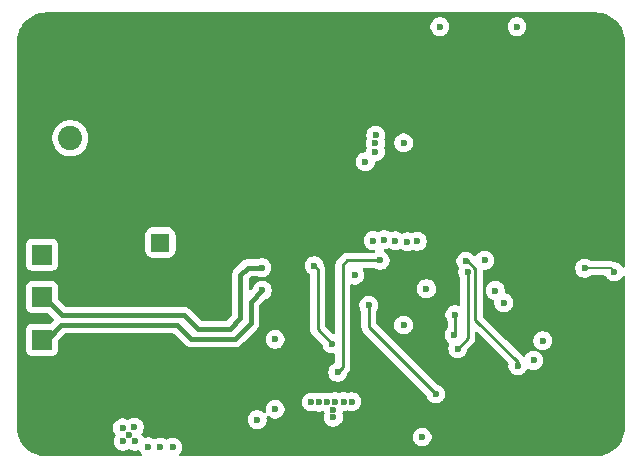
<source format=gbr>
%TF.GenerationSoftware,KiCad,Pcbnew,9.0.6-9.0.6~ubuntu24.04.1*%
%TF.CreationDate,2025-12-29T16:18:33+03:00*%
%TF.ProjectId,rc_ble,72635f62-6c65-42e6-9b69-6361645f7063,rev?*%
%TF.SameCoordinates,Original*%
%TF.FileFunction,Copper,L4,Bot*%
%TF.FilePolarity,Positive*%
%FSLAX46Y46*%
G04 Gerber Fmt 4.6, Leading zero omitted, Abs format (unit mm)*
G04 Created by KiCad (PCBNEW 9.0.6-9.0.6~ubuntu24.04.1) date 2025-12-29 16:18:33*
%MOMM*%
%LPD*%
G01*
G04 APERTURE LIST*
G04 Aperture macros list*
%AMRoundRect*
0 Rectangle with rounded corners*
0 $1 Rounding radius*
0 $2 $3 $4 $5 $6 $7 $8 $9 X,Y pos of 4 corners*
0 Add a 4 corners polygon primitive as box body*
4,1,4,$2,$3,$4,$5,$6,$7,$8,$9,$2,$3,0*
0 Add four circle primitives for the rounded corners*
1,1,$1+$1,$2,$3*
1,1,$1+$1,$4,$5*
1,1,$1+$1,$6,$7*
1,1,$1+$1,$8,$9*
0 Add four rect primitives between the rounded corners*
20,1,$1+$1,$2,$3,$4,$5,0*
20,1,$1+$1,$4,$5,$6,$7,0*
20,1,$1+$1,$6,$7,$8,$9,0*
20,1,$1+$1,$8,$9,$2,$3,0*%
G04 Aperture macros list end*
%TA.AperFunction,ComponentPad*%
%ADD10R,1.700000X1.700000*%
%TD*%
%TA.AperFunction,ComponentPad*%
%ADD11C,0.700000*%
%TD*%
%TA.AperFunction,ComponentPad*%
%ADD12C,4.400000*%
%TD*%
%TA.AperFunction,ComponentPad*%
%ADD13C,2.050000*%
%TD*%
%TA.AperFunction,ComponentPad*%
%ADD14C,2.250000*%
%TD*%
%TA.AperFunction,ComponentPad*%
%ADD15RoundRect,0.250000X-0.550000X0.550000X-0.550000X-0.550000X0.550000X-0.550000X0.550000X0.550000X0*%
%TD*%
%TA.AperFunction,ComponentPad*%
%ADD16C,1.600000*%
%TD*%
%TA.AperFunction,ViaPad*%
%ADD17C,0.600000*%
%TD*%
%TA.AperFunction,Conductor*%
%ADD18C,0.400000*%
%TD*%
%TA.AperFunction,Conductor*%
%ADD19C,0.250000*%
%TD*%
%TA.AperFunction,Conductor*%
%ADD20C,0.200000*%
%TD*%
G04 APERTURE END LIST*
D10*
%TO.P,J302,1,Pin_1*%
%TO.N,/CAN/CAN1_LOW*%
X97150000Y-87350000D03*
%TD*%
D11*
%TO.P,H101,1,1*%
%TO.N,GND*%
X142330000Y-65670000D03*
X142813274Y-64503274D03*
X142813274Y-66836726D03*
X143980000Y-64020000D03*
D12*
X143980000Y-65670000D03*
D11*
X143980000Y-67320000D03*
X145146726Y-64503274D03*
X145146726Y-66836726D03*
X145630000Y-65670000D03*
%TD*%
D10*
%TO.P,J102,1,Pin_1*%
%TO.N,/VIN*%
X97150000Y-83750000D03*
%TD*%
%TO.P,J103,1,Pin_1*%
%TO.N,GND*%
X97150000Y-80150000D03*
%TD*%
D11*
%TO.P,H102,1,1*%
%TO.N,GND*%
X95910000Y-98310000D03*
X96393274Y-97143274D03*
X96393274Y-99476726D03*
X97560000Y-96660000D03*
D12*
X97560000Y-98310000D03*
D11*
X97560000Y-99960000D03*
X98726726Y-97143274D03*
X98726726Y-99476726D03*
X99210000Y-98310000D03*
%TD*%
D10*
%TO.P,J301,1,Pin_1*%
%TO.N,/CAN/CAN1_HI*%
X97150000Y-90950000D03*
%TD*%
D13*
%TO.P,J101,1,In*%
%TO.N,/ublox/GPS_RF*%
X99560000Y-73890000D03*
D14*
%TO.P,J101,2,Ext*%
%TO.N,GND*%
X97020000Y-71350000D03*
X97020000Y-76430000D03*
X102100000Y-71350000D03*
X102100000Y-76430000D03*
%TD*%
D15*
%TO.P,C104,1*%
%TO.N,/ublox/GPS_VBAT*%
X107170000Y-82740000D03*
D16*
%TO.P,C104,2*%
%TO.N,GND*%
X107170000Y-86240000D03*
%TD*%
D17*
%TO.N,/3V3*%
X124540000Y-75890000D03*
X119960000Y-96230000D03*
X135540000Y-86790000D03*
X125410000Y-73650000D03*
X134630000Y-84220000D03*
X138790000Y-92710000D03*
X121280000Y-96230000D03*
X125390000Y-74290000D03*
X121830000Y-96870000D03*
X127780000Y-74290000D03*
X125390000Y-75020000D03*
X121830000Y-97510000D03*
X122700000Y-96190000D03*
X120630000Y-96240000D03*
X121980000Y-96210000D03*
X123370000Y-96200000D03*
X136262500Y-87820000D03*
X129340000Y-99192500D03*
X123650000Y-85480000D03*
%TO.N,GND*%
X104010000Y-92280000D03*
X102010000Y-95420000D03*
X110000000Y-76000000D03*
X130880000Y-90800000D03*
X107000000Y-73000000D03*
X113000000Y-70000000D03*
X120490000Y-91640000D03*
X105330000Y-92290000D03*
X111000000Y-73000000D03*
X125510000Y-76380000D03*
X108000000Y-70000000D03*
X109000000Y-73000000D03*
X113000000Y-76000000D03*
X107000000Y-76000000D03*
X118390000Y-72170000D03*
X111000000Y-76000000D03*
X125070000Y-95130000D03*
X105000000Y-73000000D03*
X110000000Y-73000000D03*
X100360000Y-91900000D03*
X126900000Y-72000000D03*
X106000000Y-70000000D03*
X106000000Y-76000000D03*
X113000000Y-73000000D03*
X101880000Y-94210000D03*
X119290000Y-95170000D03*
X105000000Y-70000000D03*
X146100000Y-93650000D03*
X105600000Y-77360000D03*
X107000000Y-70000000D03*
X113050000Y-68180000D03*
X111720000Y-85850000D03*
X104600000Y-67750000D03*
X103120000Y-97000000D03*
X105620000Y-80220000D03*
X113030000Y-64850000D03*
X108000000Y-73000000D03*
X115000000Y-70000000D03*
X112010000Y-88820000D03*
X125306250Y-80850000D03*
X112000000Y-70000000D03*
X121980000Y-73340000D03*
X109000000Y-76000000D03*
X112420000Y-92270000D03*
X110000000Y-70000000D03*
X129490000Y-75970000D03*
X115560000Y-99200000D03*
X121130000Y-74170000D03*
X128190000Y-79250000D03*
X106000000Y-73000000D03*
X115000000Y-73000000D03*
X107900000Y-68350000D03*
X119230000Y-71600000D03*
X114000000Y-70000000D03*
X102860000Y-92350000D03*
X125720000Y-65720000D03*
X114000000Y-73000000D03*
X101830000Y-93060000D03*
X108000000Y-76000000D03*
X103980000Y-96990000D03*
X133520000Y-65650000D03*
X142350000Y-96150000D03*
X119930000Y-70980000D03*
X105000000Y-76000000D03*
X114610000Y-92060000D03*
X112000000Y-73000000D03*
X119480000Y-75730000D03*
X104810000Y-96980000D03*
X127955001Y-95000000D03*
X134750000Y-93087500D03*
X120780000Y-80240000D03*
X120320000Y-74970000D03*
X112000000Y-76000000D03*
X114000000Y-76000000D03*
X109000000Y-70000000D03*
X126780000Y-65490000D03*
X119620000Y-77180000D03*
%TO.N,/5V*%
X104500000Y-98990000D03*
X137370000Y-64450000D03*
X139550000Y-91030000D03*
X104020000Y-99560000D03*
X104960000Y-98360000D03*
X128100000Y-82650000D03*
X127070000Y-82590000D03*
X127770000Y-89710000D03*
X126130000Y-82490000D03*
X116890000Y-96830000D03*
X125200000Y-82560000D03*
X103980000Y-98420000D03*
X130850000Y-64450000D03*
X129710000Y-86639986D03*
X108210000Y-100050000D03*
X115380000Y-97730000D03*
X116890000Y-90910000D03*
X107160000Y-100050000D03*
X105030000Y-99550000D03*
X106160000Y-100030000D03*
X128930000Y-82620000D03*
%TO.N,/CAN/CAN1_HI*%
X115800000Y-86770000D03*
%TO.N,/CAN/CAN1_LOW*%
X115770000Y-84860000D03*
%TO.N,/CAN/CAN1S*%
X130500000Y-95550000D03*
X124830000Y-88020000D03*
%TO.N,/RST*%
X143100000Y-84900000D03*
X145600000Y-85200000D03*
%TO.N,/CAN/CAN1RX*%
X132116942Y-88833058D03*
X132050000Y-90550000D03*
%TO.N,/MCP_INT*%
X132350000Y-91700000D03*
X133200000Y-85200000D03*
%TO.N,/MCP_RST*%
X133050000Y-84300000D03*
X137450000Y-93175000D03*
%TO.N,Net-(Q301-G)*%
X122190000Y-93720000D03*
X125780000Y-84240000D03*
%TO.N,Net-(Q303-D)*%
X121700000Y-91290000D03*
X120210000Y-84680000D03*
%TD*%
D18*
%TO.N,/CAN/CAN1_HI*%
X108620000Y-89720000D02*
X109800000Y-90900000D01*
X97560000Y-90950000D02*
X98790000Y-89720000D01*
X114840000Y-87730000D02*
X115800000Y-86770000D01*
X109800000Y-90900000D02*
X113500000Y-90900000D01*
X114840000Y-89560000D02*
X114840000Y-87730000D01*
X113500000Y-90900000D02*
X114840000Y-89560000D01*
X98790000Y-89720000D02*
X108620000Y-89720000D01*
X97150000Y-90950000D02*
X97560000Y-90950000D01*
%TO.N,/CAN/CAN1_LOW*%
X97150000Y-87350000D02*
X97150000Y-87470000D01*
X114560000Y-84860000D02*
X115770000Y-84860000D01*
X97150000Y-87470000D02*
X97470000Y-87470000D01*
X97470000Y-87500000D02*
X98830000Y-88860000D01*
X98830000Y-88860000D02*
X109160000Y-88860000D01*
X113040000Y-90050000D02*
X113960000Y-89130000D01*
X109160000Y-88860000D02*
X110350000Y-90050000D01*
X110350000Y-90050000D02*
X113040000Y-90050000D01*
X113960000Y-89130000D02*
X113960000Y-85460000D01*
X97470000Y-87470000D02*
X97470000Y-87500000D01*
X113960000Y-85460000D02*
X114560000Y-84860000D01*
D19*
%TO.N,/CAN/CAN1S*%
X130500000Y-95550000D02*
X124830000Y-89880000D01*
X124830000Y-89880000D02*
X124830000Y-88020000D01*
D20*
%TO.N,/RST*%
X143100000Y-84900000D02*
X145300000Y-84900000D01*
X145300000Y-84900000D02*
X145600000Y-85200000D01*
D19*
%TO.N,/CAN/CAN1RX*%
X132116942Y-90483058D02*
X132050000Y-90550000D01*
X132116942Y-88833058D02*
X132116942Y-90483058D01*
%TO.N,/MCP_INT*%
X132350000Y-91700000D02*
X133200000Y-90850000D01*
X133200000Y-90850000D02*
X133200000Y-85200000D01*
%TO.N,/MCP_RST*%
X133850000Y-89250000D02*
X137450000Y-92850000D01*
X133850000Y-84964702D02*
X133850000Y-89250000D01*
X133185298Y-84300000D02*
X133850000Y-84964702D01*
X133050000Y-84300000D02*
X133185298Y-84300000D01*
X137450000Y-92850000D02*
X137450000Y-93175000D01*
%TO.N,Net-(Q301-G)*%
X122970000Y-84240000D02*
X122610000Y-84600000D01*
X122610000Y-93300000D02*
X122190000Y-93720000D01*
X122610000Y-84600000D02*
X122610000Y-93300000D01*
X125780000Y-84240000D02*
X122970000Y-84240000D01*
%TO.N,Net-(Q303-D)*%
X121700000Y-91290000D02*
X120490000Y-90080000D01*
X120490000Y-90080000D02*
X120490000Y-84960000D01*
X120490000Y-84960000D02*
X120210000Y-84680000D01*
%TD*%
%TA.AperFunction,Conductor*%
%TO.N,GND*%
G36*
X144023736Y-63240726D02*
G01*
X144313796Y-63258271D01*
X144328659Y-63260076D01*
X144610798Y-63311780D01*
X144625335Y-63315363D01*
X144899172Y-63400695D01*
X144913163Y-63406000D01*
X145174743Y-63523727D01*
X145187989Y-63530680D01*
X145433465Y-63679075D01*
X145445776Y-63687573D01*
X145671573Y-63864473D01*
X145682781Y-63874403D01*
X145885596Y-64077218D01*
X145895526Y-64088426D01*
X146015481Y-64241538D01*
X146072422Y-64314217D01*
X146080928Y-64326540D01*
X146229316Y-64572004D01*
X146236275Y-64585263D01*
X146353997Y-64846831D01*
X146359306Y-64860832D01*
X146444635Y-65134663D01*
X146448219Y-65149201D01*
X146499923Y-65431340D01*
X146501728Y-65446205D01*
X146519274Y-65736263D01*
X146519500Y-65743750D01*
X146519500Y-84726492D01*
X146499815Y-84793531D01*
X146447011Y-84839286D01*
X146377853Y-84849230D01*
X146314297Y-84820205D01*
X146292398Y-84795383D01*
X146221789Y-84689711D01*
X146221786Y-84689707D01*
X146110292Y-84578213D01*
X146110288Y-84578210D01*
X145979185Y-84490609D01*
X145979172Y-84490602D01*
X145833501Y-84430264D01*
X145833489Y-84430261D01*
X145678845Y-84399500D01*
X145678842Y-84399500D01*
X145667335Y-84399500D01*
X145651849Y-84395350D01*
X145638105Y-84396006D01*
X145605337Y-84382888D01*
X145587832Y-84372782D01*
X145581906Y-84369361D01*
X145581904Y-84369359D01*
X145581900Y-84369358D01*
X145531785Y-84340423D01*
X145379057Y-84299499D01*
X145220943Y-84299499D01*
X145213347Y-84299499D01*
X145213331Y-84299500D01*
X143679766Y-84299500D01*
X143612727Y-84279815D01*
X143610875Y-84278602D01*
X143479185Y-84190609D01*
X143479172Y-84190602D01*
X143333501Y-84130264D01*
X143333489Y-84130261D01*
X143178845Y-84099500D01*
X143178842Y-84099500D01*
X143021158Y-84099500D01*
X143021155Y-84099500D01*
X142866510Y-84130261D01*
X142866498Y-84130264D01*
X142720827Y-84190602D01*
X142720814Y-84190609D01*
X142589711Y-84278210D01*
X142589707Y-84278213D01*
X142478213Y-84389707D01*
X142478210Y-84389711D01*
X142390609Y-84520814D01*
X142390602Y-84520827D01*
X142330264Y-84666498D01*
X142330261Y-84666510D01*
X142299500Y-84821153D01*
X142299500Y-84978846D01*
X142330261Y-85133489D01*
X142330264Y-85133501D01*
X142390602Y-85279172D01*
X142390609Y-85279185D01*
X142478210Y-85410288D01*
X142478213Y-85410292D01*
X142589707Y-85521786D01*
X142589711Y-85521789D01*
X142720814Y-85609390D01*
X142720827Y-85609397D01*
X142866498Y-85669735D01*
X142866503Y-85669737D01*
X143021153Y-85700499D01*
X143021156Y-85700500D01*
X143021158Y-85700500D01*
X143178844Y-85700500D01*
X143178845Y-85700499D01*
X143333497Y-85669737D01*
X143479179Y-85609394D01*
X143497999Y-85596819D01*
X143610875Y-85521398D01*
X143677553Y-85500520D01*
X143679766Y-85500500D01*
X144775162Y-85500500D01*
X144842201Y-85520185D01*
X144887956Y-85572989D01*
X144889715Y-85577029D01*
X144890606Y-85579179D01*
X144890607Y-85579180D01*
X144890609Y-85579185D01*
X144978210Y-85710288D01*
X144978213Y-85710292D01*
X145089707Y-85821786D01*
X145089711Y-85821789D01*
X145220814Y-85909390D01*
X145220827Y-85909397D01*
X145365931Y-85969500D01*
X145366503Y-85969737D01*
X145519967Y-86000263D01*
X145521153Y-86000499D01*
X145521156Y-86000500D01*
X145521158Y-86000500D01*
X145678844Y-86000500D01*
X145678845Y-86000499D01*
X145833497Y-85969737D01*
X145979179Y-85909394D01*
X146110289Y-85821789D01*
X146221789Y-85710289D01*
X146292398Y-85604616D01*
X146346010Y-85559811D01*
X146415335Y-85551104D01*
X146478363Y-85581258D01*
X146515082Y-85640702D01*
X146519500Y-85673507D01*
X146519500Y-98326249D01*
X146519274Y-98333736D01*
X146501728Y-98623794D01*
X146499923Y-98638659D01*
X146448219Y-98920798D01*
X146444635Y-98935336D01*
X146359306Y-99209167D01*
X146353997Y-99223168D01*
X146236275Y-99484736D01*
X146229316Y-99497995D01*
X146080928Y-99743459D01*
X146072422Y-99755782D01*
X145895526Y-99981573D01*
X145885596Y-99992781D01*
X145682781Y-100195596D01*
X145671573Y-100205526D01*
X145445782Y-100382422D01*
X145433459Y-100390928D01*
X145187995Y-100539316D01*
X145174736Y-100546275D01*
X144913168Y-100663997D01*
X144899167Y-100669306D01*
X144625336Y-100754635D01*
X144610798Y-100758219D01*
X144328659Y-100809923D01*
X144313794Y-100811728D01*
X144023736Y-100829274D01*
X144016249Y-100829500D01*
X108861941Y-100829500D01*
X108794902Y-100809815D01*
X108749147Y-100757011D01*
X108739203Y-100687853D01*
X108768228Y-100624297D01*
X108774260Y-100617819D01*
X108831786Y-100560292D01*
X108831789Y-100560289D01*
X108919394Y-100429179D01*
X108979737Y-100283497D01*
X109010500Y-100128842D01*
X109010500Y-99971158D01*
X109010500Y-99971155D01*
X109010499Y-99971153D01*
X109004139Y-99939179D01*
X108979737Y-99816503D01*
X108970208Y-99793497D01*
X108919397Y-99670827D01*
X108919390Y-99670814D01*
X108831789Y-99539711D01*
X108831786Y-99539707D01*
X108720292Y-99428213D01*
X108720288Y-99428210D01*
X108589185Y-99340609D01*
X108589172Y-99340602D01*
X108443501Y-99280264D01*
X108443489Y-99280261D01*
X108288845Y-99249500D01*
X108288842Y-99249500D01*
X108131158Y-99249500D01*
X108131155Y-99249500D01*
X107976510Y-99280261D01*
X107976498Y-99280264D01*
X107830827Y-99340602D01*
X107830809Y-99340612D01*
X107753890Y-99392008D01*
X107687213Y-99412886D01*
X107619833Y-99394401D01*
X107616110Y-99392008D01*
X107539190Y-99340612D01*
X107539172Y-99340602D01*
X107393501Y-99280264D01*
X107393489Y-99280261D01*
X107238845Y-99249500D01*
X107238842Y-99249500D01*
X107081158Y-99249500D01*
X107081155Y-99249500D01*
X106926510Y-99280261D01*
X106926498Y-99280264D01*
X106780828Y-99340602D01*
X106780819Y-99340607D01*
X106743854Y-99365306D01*
X106677176Y-99386182D01*
X106609796Y-99367696D01*
X106606104Y-99365324D01*
X106539179Y-99320606D01*
X106539172Y-99320602D01*
X106393501Y-99260264D01*
X106393491Y-99260261D01*
X106238845Y-99229500D01*
X106238842Y-99229500D01*
X106081158Y-99229500D01*
X106081155Y-99229500D01*
X105926511Y-99260260D01*
X105926505Y-99260262D01*
X105922761Y-99261812D01*
X105912975Y-99265866D01*
X105843507Y-99273333D01*
X105781028Y-99242057D01*
X105750965Y-99198756D01*
X105749332Y-99194814D01*
X105739394Y-99170821D01*
X105739392Y-99170819D01*
X105739392Y-99170817D01*
X105701196Y-99113653D01*
X128539500Y-99113653D01*
X128539500Y-99271346D01*
X128570261Y-99425989D01*
X128570264Y-99426001D01*
X128630602Y-99571672D01*
X128630609Y-99571685D01*
X128718210Y-99702788D01*
X128718213Y-99702792D01*
X128829707Y-99814286D01*
X128829711Y-99814289D01*
X128960814Y-99901890D01*
X128960827Y-99901897D01*
X129050850Y-99939185D01*
X129106503Y-99962237D01*
X129260057Y-99992781D01*
X129261153Y-99992999D01*
X129261156Y-99993000D01*
X129261158Y-99993000D01*
X129418844Y-99993000D01*
X129418845Y-99992999D01*
X129573497Y-99962237D01*
X129719179Y-99901894D01*
X129850289Y-99814289D01*
X129961789Y-99702789D01*
X130049394Y-99571679D01*
X130109737Y-99425997D01*
X130140500Y-99271342D01*
X130140500Y-99113658D01*
X130140500Y-99113655D01*
X130140499Y-99113653D01*
X130109738Y-98959010D01*
X130109737Y-98959003D01*
X130099794Y-98934999D01*
X130049397Y-98813327D01*
X130049390Y-98813314D01*
X129961789Y-98682211D01*
X129961786Y-98682207D01*
X129850292Y-98570713D01*
X129850288Y-98570710D01*
X129719185Y-98483109D01*
X129719172Y-98483102D01*
X129573501Y-98422764D01*
X129573489Y-98422761D01*
X129418845Y-98392000D01*
X129418842Y-98392000D01*
X129261158Y-98392000D01*
X129261155Y-98392000D01*
X129106510Y-98422761D01*
X129106498Y-98422764D01*
X128960827Y-98483102D01*
X128960814Y-98483109D01*
X128829711Y-98570710D01*
X128829707Y-98570713D01*
X128718213Y-98682207D01*
X128718210Y-98682211D01*
X128630609Y-98813314D01*
X128630602Y-98813327D01*
X128570264Y-98958998D01*
X128570261Y-98959010D01*
X128539500Y-99113653D01*
X105701196Y-99113653D01*
X105651789Y-99039711D01*
X105651786Y-99039707D01*
X105613925Y-99001847D01*
X105580439Y-98940525D01*
X105585423Y-98870833D01*
X105598499Y-98845280D01*
X105669394Y-98739179D01*
X105729737Y-98593497D01*
X105760500Y-98438842D01*
X105760500Y-98281158D01*
X105760500Y-98281155D01*
X105760499Y-98281153D01*
X105760217Y-98279735D01*
X105729737Y-98126503D01*
X105694244Y-98040814D01*
X105669397Y-97980827D01*
X105669390Y-97980814D01*
X105581789Y-97849711D01*
X105581786Y-97849707D01*
X105470290Y-97738211D01*
X105339999Y-97651153D01*
X114579500Y-97651153D01*
X114579500Y-97808846D01*
X114610261Y-97963489D01*
X114610264Y-97963501D01*
X114670602Y-98109172D01*
X114670609Y-98109185D01*
X114758210Y-98240288D01*
X114758213Y-98240292D01*
X114869707Y-98351786D01*
X114869711Y-98351789D01*
X115000814Y-98439390D01*
X115000827Y-98439397D01*
X115106359Y-98483109D01*
X115146503Y-98499737D01*
X115301153Y-98530499D01*
X115301156Y-98530500D01*
X115301158Y-98530500D01*
X115458844Y-98530500D01*
X115458845Y-98530499D01*
X115613497Y-98499737D01*
X115759179Y-98439394D01*
X115890289Y-98351789D01*
X116001789Y-98240289D01*
X116089394Y-98109179D01*
X116149737Y-97963497D01*
X116180500Y-97808842D01*
X116180500Y-97651158D01*
X116180500Y-97651155D01*
X116161279Y-97554529D01*
X116167506Y-97484937D01*
X116210368Y-97429760D01*
X116276258Y-97406515D01*
X116344255Y-97422582D01*
X116370577Y-97442656D01*
X116379707Y-97451786D01*
X116379711Y-97451789D01*
X116510814Y-97539390D01*
X116510827Y-97539397D01*
X116633633Y-97590264D01*
X116656503Y-97599737D01*
X116755858Y-97619500D01*
X116811153Y-97630499D01*
X116811156Y-97630500D01*
X116811158Y-97630500D01*
X116968844Y-97630500D01*
X116968845Y-97630499D01*
X117123497Y-97599737D01*
X117269179Y-97539394D01*
X117400289Y-97451789D01*
X117511789Y-97340289D01*
X117599394Y-97209179D01*
X117659737Y-97063497D01*
X117690500Y-96908842D01*
X117690500Y-96751158D01*
X117690500Y-96751155D01*
X117690499Y-96751153D01*
X117682371Y-96710292D01*
X117659737Y-96596503D01*
X117652558Y-96579172D01*
X117599397Y-96450827D01*
X117599390Y-96450814D01*
X117511789Y-96319711D01*
X117511786Y-96319707D01*
X117400292Y-96208213D01*
X117400288Y-96208210D01*
X117314897Y-96151153D01*
X119159500Y-96151153D01*
X119159500Y-96308846D01*
X119190261Y-96463489D01*
X119190264Y-96463501D01*
X119250602Y-96609172D01*
X119250609Y-96609185D01*
X119338210Y-96740288D01*
X119338213Y-96740292D01*
X119449707Y-96851786D01*
X119449711Y-96851789D01*
X119580814Y-96939390D01*
X119580827Y-96939397D01*
X119719004Y-96996631D01*
X119726503Y-96999737D01*
X119844464Y-97023201D01*
X119881153Y-97030499D01*
X119881156Y-97030500D01*
X119881158Y-97030500D01*
X120038844Y-97030500D01*
X120038845Y-97030499D01*
X120193497Y-96999737D01*
X120235475Y-96982348D01*
X120304943Y-96974879D01*
X120330376Y-96982346D01*
X120396503Y-97009737D01*
X120525403Y-97035377D01*
X120551153Y-97040499D01*
X120551156Y-97040500D01*
X120551158Y-97040500D01*
X120708844Y-97040500D01*
X120708845Y-97040499D01*
X120863497Y-97009737D01*
X120888463Y-96999395D01*
X120901381Y-96998006D01*
X120912956Y-96992101D01*
X120935450Y-96994343D01*
X120957929Y-96991927D01*
X120969549Y-96997743D01*
X120982481Y-96999033D01*
X121000192Y-97013081D01*
X121020409Y-97023201D01*
X121028301Y-97035377D01*
X121037221Y-97042453D01*
X121045722Y-97062257D01*
X121053263Y-97073891D01*
X121055924Y-97081686D01*
X121060263Y-97103497D01*
X121077952Y-97146204D01*
X121079226Y-97149934D01*
X121080577Y-97181044D01*
X121083907Y-97212018D01*
X121082178Y-97217904D01*
X121082258Y-97219738D01*
X121081013Y-97221873D01*
X121076440Y-97237447D01*
X121060265Y-97276498D01*
X121060262Y-97276506D01*
X121060260Y-97276511D01*
X121029500Y-97431153D01*
X121029500Y-97588846D01*
X121060261Y-97743489D01*
X121060264Y-97743501D01*
X121120602Y-97889172D01*
X121120609Y-97889185D01*
X121208210Y-98020288D01*
X121208213Y-98020292D01*
X121319707Y-98131786D01*
X121319711Y-98131789D01*
X121450814Y-98219390D01*
X121450827Y-98219397D01*
X121558771Y-98264108D01*
X121596503Y-98279737D01*
X121751153Y-98310499D01*
X121751156Y-98310500D01*
X121751158Y-98310500D01*
X121908844Y-98310500D01*
X121908845Y-98310499D01*
X122063497Y-98279737D01*
X122209179Y-98219394D01*
X122340289Y-98131789D01*
X122451789Y-98020289D01*
X122539394Y-97889179D01*
X122599737Y-97743497D01*
X122630500Y-97588842D01*
X122630500Y-97431158D01*
X122630500Y-97431155D01*
X122630499Y-97431153D01*
X122614518Y-97350814D01*
X122599737Y-97276503D01*
X122583561Y-97237453D01*
X122580681Y-97210667D01*
X122574244Y-97184503D01*
X122576685Y-97173507D01*
X122576092Y-97167985D01*
X122580811Y-97149825D01*
X122582070Y-97146147D01*
X122599737Y-97103497D01*
X122603977Y-97082177D01*
X122606667Y-97074325D01*
X122622242Y-97052300D01*
X122634747Y-97028397D01*
X122642114Y-97024201D01*
X122647010Y-97017279D01*
X122672023Y-97007170D01*
X122695463Y-96993823D01*
X122708936Y-96992252D01*
X122711789Y-96991100D01*
X122714471Y-96991607D01*
X122723978Y-96990500D01*
X122778844Y-96990500D01*
X122778845Y-96990499D01*
X122933497Y-96959737D01*
X122975475Y-96942348D01*
X123044943Y-96934879D01*
X123070376Y-96942346D01*
X123136503Y-96969737D01*
X123277298Y-96997743D01*
X123291153Y-97000499D01*
X123291156Y-97000500D01*
X123291158Y-97000500D01*
X123448844Y-97000500D01*
X123448845Y-97000499D01*
X123603497Y-96969737D01*
X123749179Y-96909394D01*
X123880289Y-96821789D01*
X123991789Y-96710289D01*
X124079394Y-96579179D01*
X124139737Y-96433497D01*
X124170500Y-96278842D01*
X124170500Y-96121158D01*
X124170500Y-96121155D01*
X124170499Y-96121153D01*
X124152268Y-96029500D01*
X124139737Y-95966503D01*
X124139735Y-95966498D01*
X124079397Y-95820827D01*
X124079390Y-95820814D01*
X123991789Y-95689711D01*
X123991786Y-95689707D01*
X123880292Y-95578213D01*
X123880288Y-95578210D01*
X123749185Y-95490609D01*
X123749172Y-95490602D01*
X123603501Y-95430264D01*
X123603489Y-95430261D01*
X123448845Y-95399500D01*
X123448842Y-95399500D01*
X123291158Y-95399500D01*
X123291155Y-95399500D01*
X123136505Y-95430261D01*
X123136497Y-95430264D01*
X123094520Y-95447651D01*
X123025051Y-95455118D01*
X122999619Y-95447651D01*
X122990106Y-95443711D01*
X122933497Y-95420263D01*
X122933493Y-95420262D01*
X122933488Y-95420260D01*
X122778845Y-95389500D01*
X122778842Y-95389500D01*
X122621158Y-95389500D01*
X122621155Y-95389500D01*
X122466510Y-95420261D01*
X122466498Y-95420264D01*
X122363309Y-95463006D01*
X122293839Y-95470475D01*
X122268406Y-95463007D01*
X122261784Y-95460264D01*
X122213497Y-95440263D01*
X122213493Y-95440262D01*
X122213488Y-95440260D01*
X122058845Y-95409500D01*
X122058842Y-95409500D01*
X121901158Y-95409500D01*
X121901155Y-95409500D01*
X121746505Y-95440261D01*
X121746497Y-95440264D01*
X121653308Y-95478864D01*
X121583839Y-95486333D01*
X121558406Y-95478864D01*
X121539788Y-95471153D01*
X121513498Y-95460263D01*
X121513488Y-95460260D01*
X121358845Y-95429500D01*
X121358842Y-95429500D01*
X121201158Y-95429500D01*
X121201155Y-95429500D01*
X121046505Y-95460261D01*
X121046497Y-95460264D01*
X120990377Y-95483509D01*
X120920908Y-95490976D01*
X120895477Y-95483509D01*
X120863497Y-95470263D01*
X120863488Y-95470260D01*
X120708845Y-95439500D01*
X120708842Y-95439500D01*
X120551158Y-95439500D01*
X120551155Y-95439500D01*
X120396505Y-95470261D01*
X120396497Y-95470264D01*
X120354520Y-95487651D01*
X120285051Y-95495118D01*
X120259619Y-95487651D01*
X120242610Y-95480606D01*
X120193497Y-95460263D01*
X120193493Y-95460262D01*
X120193488Y-95460260D01*
X120038845Y-95429500D01*
X120038842Y-95429500D01*
X119881158Y-95429500D01*
X119881155Y-95429500D01*
X119726510Y-95460261D01*
X119726498Y-95460264D01*
X119580827Y-95520602D01*
X119580814Y-95520609D01*
X119449711Y-95608210D01*
X119449707Y-95608213D01*
X119338213Y-95719707D01*
X119338210Y-95719711D01*
X119250609Y-95850814D01*
X119250602Y-95850827D01*
X119190264Y-95996498D01*
X119190261Y-95996510D01*
X119159500Y-96151153D01*
X117314897Y-96151153D01*
X117269185Y-96120609D01*
X117269172Y-96120602D01*
X117123501Y-96060264D01*
X117123489Y-96060261D01*
X116968845Y-96029500D01*
X116968842Y-96029500D01*
X116811158Y-96029500D01*
X116811155Y-96029500D01*
X116656510Y-96060261D01*
X116656498Y-96060264D01*
X116510827Y-96120602D01*
X116510814Y-96120609D01*
X116379711Y-96208210D01*
X116379707Y-96208213D01*
X116268213Y-96319707D01*
X116268210Y-96319711D01*
X116180609Y-96450814D01*
X116180602Y-96450827D01*
X116120264Y-96596498D01*
X116120261Y-96596510D01*
X116089500Y-96751153D01*
X116089500Y-96908846D01*
X116108720Y-97005471D01*
X116102493Y-97075062D01*
X116059630Y-97130240D01*
X115993740Y-97153484D01*
X115925743Y-97137416D01*
X115899422Y-97117343D01*
X115890292Y-97108213D01*
X115890288Y-97108210D01*
X115759185Y-97020609D01*
X115759172Y-97020602D01*
X115613501Y-96960264D01*
X115613489Y-96960261D01*
X115458845Y-96929500D01*
X115458842Y-96929500D01*
X115301158Y-96929500D01*
X115301155Y-96929500D01*
X115146510Y-96960261D01*
X115146498Y-96960264D01*
X115000827Y-97020602D01*
X115000814Y-97020609D01*
X114869711Y-97108210D01*
X114869707Y-97108213D01*
X114758213Y-97219707D01*
X114758210Y-97219711D01*
X114670609Y-97350814D01*
X114670602Y-97350827D01*
X114610264Y-97496498D01*
X114610261Y-97496510D01*
X114579500Y-97651153D01*
X105339999Y-97651153D01*
X105339185Y-97650609D01*
X105339172Y-97650602D01*
X105193501Y-97590264D01*
X105193489Y-97590261D01*
X105038845Y-97559500D01*
X105038842Y-97559500D01*
X104881158Y-97559500D01*
X104881155Y-97559500D01*
X104726510Y-97590261D01*
X104726498Y-97590264D01*
X104580827Y-97650602D01*
X104580816Y-97650608D01*
X104493991Y-97708623D01*
X104427314Y-97729500D01*
X104365102Y-97712433D01*
X104364546Y-97713475D01*
X104359954Y-97711020D01*
X104359934Y-97711015D01*
X104359883Y-97710982D01*
X104359174Y-97710603D01*
X104213501Y-97650264D01*
X104213489Y-97650261D01*
X104058845Y-97619500D01*
X104058842Y-97619500D01*
X103901158Y-97619500D01*
X103901155Y-97619500D01*
X103746510Y-97650261D01*
X103746498Y-97650264D01*
X103600827Y-97710602D01*
X103600814Y-97710609D01*
X103469711Y-97798210D01*
X103469707Y-97798213D01*
X103358213Y-97909707D01*
X103358210Y-97909711D01*
X103270609Y-98040814D01*
X103270602Y-98040827D01*
X103210264Y-98186498D01*
X103210261Y-98186510D01*
X103179500Y-98341153D01*
X103179500Y-98498846D01*
X103210261Y-98653489D01*
X103210264Y-98653501D01*
X103270602Y-98799172D01*
X103270609Y-98799185D01*
X103358210Y-98930288D01*
X103362076Y-98934999D01*
X103361136Y-98935769D01*
X103391549Y-98991466D01*
X103386565Y-99061158D01*
X103373485Y-99086715D01*
X103310609Y-99180814D01*
X103310602Y-99180827D01*
X103250264Y-99326498D01*
X103250261Y-99326510D01*
X103219500Y-99481153D01*
X103219500Y-99638846D01*
X103250261Y-99793489D01*
X103250264Y-99793501D01*
X103310602Y-99939172D01*
X103310609Y-99939185D01*
X103398210Y-100070288D01*
X103398213Y-100070292D01*
X103509707Y-100181786D01*
X103509711Y-100181789D01*
X103640814Y-100269390D01*
X103640827Y-100269397D01*
X103762363Y-100319738D01*
X103786503Y-100329737D01*
X103941153Y-100360499D01*
X103941156Y-100360500D01*
X103941158Y-100360500D01*
X104098844Y-100360500D01*
X104098845Y-100360499D01*
X104253497Y-100329737D01*
X104399179Y-100269394D01*
X104463593Y-100226353D01*
X104530266Y-100205476D01*
X104597647Y-100223959D01*
X104601373Y-100226354D01*
X104650815Y-100259390D01*
X104650821Y-100259394D01*
X104650823Y-100259395D01*
X104650827Y-100259397D01*
X104782981Y-100314136D01*
X104796503Y-100319737D01*
X104951153Y-100350499D01*
X104951156Y-100350500D01*
X104951158Y-100350500D01*
X105108844Y-100350500D01*
X105108845Y-100350499D01*
X105263497Y-100319737D01*
X105277019Y-100314135D01*
X105346487Y-100306666D01*
X105408967Y-100337940D01*
X105439034Y-100381242D01*
X105450606Y-100409179D01*
X105450609Y-100409185D01*
X105538210Y-100540288D01*
X105538213Y-100540292D01*
X105615740Y-100617819D01*
X105649225Y-100679142D01*
X105644241Y-100748834D01*
X105602369Y-100804767D01*
X105536905Y-100829184D01*
X105528059Y-100829500D01*
X97523751Y-100829500D01*
X97516264Y-100829274D01*
X97226205Y-100811728D01*
X97211340Y-100809923D01*
X96929201Y-100758219D01*
X96914663Y-100754635D01*
X96640832Y-100669306D01*
X96626831Y-100663997D01*
X96365263Y-100546275D01*
X96352004Y-100539316D01*
X96169815Y-100429179D01*
X96106537Y-100390926D01*
X96094217Y-100382422D01*
X96066234Y-100360499D01*
X95868426Y-100205526D01*
X95857218Y-100195596D01*
X95654403Y-99992781D01*
X95644473Y-99981573D01*
X95636311Y-99971155D01*
X95467573Y-99755776D01*
X95459075Y-99743465D01*
X95310680Y-99497989D01*
X95303727Y-99484743D01*
X95186000Y-99223163D01*
X95180693Y-99209167D01*
X95150930Y-99113655D01*
X95095363Y-98935335D01*
X95091780Y-98920798D01*
X95048057Y-98682211D01*
X95040075Y-98638657D01*
X95038271Y-98623794D01*
X95036438Y-98593497D01*
X95020726Y-98333736D01*
X95020500Y-98326249D01*
X95020500Y-86452135D01*
X95799500Y-86452135D01*
X95799501Y-88247870D01*
X95805908Y-88307483D01*
X95856202Y-88442328D01*
X95856206Y-88442335D01*
X95942452Y-88557544D01*
X95942455Y-88557547D01*
X96057664Y-88643793D01*
X96057671Y-88643797D01*
X96192517Y-88694091D01*
X96192516Y-88694091D01*
X96199444Y-88694835D01*
X96252127Y-88700500D01*
X97628480Y-88700499D01*
X97695519Y-88720184D01*
X97716161Y-88736818D01*
X98161661Y-89182318D01*
X98195146Y-89243641D01*
X98190162Y-89313333D01*
X98161661Y-89357680D01*
X97956160Y-89563181D01*
X97894837Y-89596666D01*
X97868479Y-89599500D01*
X96252129Y-89599500D01*
X96252123Y-89599501D01*
X96192516Y-89605908D01*
X96057671Y-89656202D01*
X96057664Y-89656206D01*
X95942455Y-89742452D01*
X95942452Y-89742455D01*
X95856206Y-89857664D01*
X95856202Y-89857671D01*
X95805908Y-89992517D01*
X95799501Y-90052116D01*
X95799500Y-90052135D01*
X95799500Y-91847870D01*
X95799501Y-91847876D01*
X95805908Y-91907483D01*
X95856202Y-92042328D01*
X95856206Y-92042335D01*
X95942452Y-92157544D01*
X95942455Y-92157547D01*
X96057664Y-92243793D01*
X96057671Y-92243797D01*
X96192517Y-92294091D01*
X96192516Y-92294091D01*
X96199444Y-92294835D01*
X96252127Y-92300500D01*
X98047872Y-92300499D01*
X98107483Y-92294091D01*
X98242331Y-92243796D01*
X98357546Y-92157546D01*
X98443796Y-92042331D01*
X98494091Y-91907483D01*
X98500500Y-91847873D01*
X98500499Y-91051518D01*
X98520183Y-90984480D01*
X98536818Y-90963838D01*
X99043838Y-90456819D01*
X99105161Y-90423334D01*
X99131519Y-90420500D01*
X108278481Y-90420500D01*
X108345520Y-90440185D01*
X108366162Y-90456819D01*
X109353453Y-91444111D01*
X109353454Y-91444112D01*
X109468192Y-91520777D01*
X109595667Y-91573578D01*
X109595672Y-91573580D01*
X109595676Y-91573580D01*
X109595677Y-91573581D01*
X109731003Y-91600500D01*
X109731006Y-91600500D01*
X113568996Y-91600500D01*
X113660040Y-91582389D01*
X113704328Y-91573580D01*
X113805228Y-91531786D01*
X113831807Y-91520777D01*
X113831808Y-91520776D01*
X113831811Y-91520775D01*
X113946543Y-91444114D01*
X114281815Y-91108842D01*
X114559505Y-90831153D01*
X116089500Y-90831153D01*
X116089500Y-90988846D01*
X116120261Y-91143489D01*
X116120264Y-91143501D01*
X116180602Y-91289172D01*
X116180609Y-91289185D01*
X116268210Y-91420288D01*
X116268213Y-91420292D01*
X116379707Y-91531786D01*
X116379711Y-91531789D01*
X116510814Y-91619390D01*
X116510827Y-91619397D01*
X116631028Y-91669185D01*
X116656503Y-91679737D01*
X116811153Y-91710499D01*
X116811156Y-91710500D01*
X116811158Y-91710500D01*
X116968844Y-91710500D01*
X116968845Y-91710499D01*
X117123497Y-91679737D01*
X117236166Y-91633067D01*
X117269172Y-91619397D01*
X117269172Y-91619396D01*
X117269179Y-91619394D01*
X117400289Y-91531789D01*
X117511789Y-91420289D01*
X117599394Y-91289179D01*
X117659737Y-91143497D01*
X117690500Y-90988842D01*
X117690500Y-90831158D01*
X117690500Y-90831155D01*
X117690499Y-90831153D01*
X117681020Y-90783501D01*
X117659737Y-90676503D01*
X117639997Y-90628846D01*
X117599397Y-90530827D01*
X117599390Y-90530814D01*
X117511789Y-90399711D01*
X117511786Y-90399707D01*
X117400292Y-90288213D01*
X117400288Y-90288210D01*
X117269185Y-90200609D01*
X117269172Y-90200602D01*
X117123501Y-90140264D01*
X117123489Y-90140261D01*
X116968845Y-90109500D01*
X116968842Y-90109500D01*
X116811158Y-90109500D01*
X116811155Y-90109500D01*
X116656510Y-90140261D01*
X116656498Y-90140264D01*
X116510827Y-90200602D01*
X116510814Y-90200609D01*
X116379711Y-90288210D01*
X116379707Y-90288213D01*
X116268213Y-90399707D01*
X116268210Y-90399711D01*
X116180609Y-90530814D01*
X116180602Y-90530827D01*
X116120264Y-90676498D01*
X116120261Y-90676510D01*
X116089500Y-90831153D01*
X114559505Y-90831153D01*
X114653273Y-90737385D01*
X115384111Y-90006546D01*
X115384112Y-90006545D01*
X115384114Y-90006543D01*
X115460775Y-89891811D01*
X115513580Y-89764329D01*
X115530102Y-89681267D01*
X115537034Y-89646417D01*
X115540500Y-89628994D01*
X115540500Y-88071518D01*
X115560185Y-88004479D01*
X115576815Y-87983841D01*
X115994586Y-87566069D01*
X116034810Y-87539192D01*
X116105987Y-87509711D01*
X116179173Y-87479397D01*
X116179176Y-87479395D01*
X116179179Y-87479394D01*
X116310289Y-87391789D01*
X116421789Y-87280289D01*
X116509394Y-87149179D01*
X116569737Y-87003497D01*
X116600500Y-86848842D01*
X116600500Y-86691158D01*
X116600500Y-86691155D01*
X116600499Y-86691153D01*
X116586242Y-86619480D01*
X116569737Y-86536503D01*
X116534791Y-86452135D01*
X116509397Y-86390827D01*
X116509390Y-86390814D01*
X116421789Y-86259711D01*
X116421786Y-86259707D01*
X116310292Y-86148213D01*
X116310288Y-86148210D01*
X116179185Y-86060609D01*
X116179172Y-86060602D01*
X116033501Y-86000264D01*
X116033489Y-86000261D01*
X115878845Y-85969500D01*
X115878842Y-85969500D01*
X115721158Y-85969500D01*
X115721155Y-85969500D01*
X115566510Y-86000261D01*
X115566498Y-86000264D01*
X115420827Y-86060602D01*
X115420814Y-86060609D01*
X115289711Y-86148210D01*
X115289707Y-86148213D01*
X115178213Y-86259707D01*
X115178210Y-86259711D01*
X115090609Y-86390814D01*
X115090604Y-86390823D01*
X115030809Y-86535184D01*
X115026176Y-86542117D01*
X115025080Y-86547157D01*
X115003929Y-86575412D01*
X114872180Y-86707161D01*
X114810859Y-86740646D01*
X114741167Y-86735662D01*
X114685233Y-86693791D01*
X114660816Y-86628327D01*
X114660500Y-86619480D01*
X114660500Y-85801519D01*
X114680185Y-85734480D01*
X114696819Y-85713838D01*
X114813838Y-85596819D01*
X114875161Y-85563334D01*
X114901519Y-85560500D01*
X115344684Y-85560500D01*
X115392136Y-85569939D01*
X115536498Y-85629735D01*
X115536503Y-85629737D01*
X115691153Y-85660499D01*
X115691156Y-85660500D01*
X115691158Y-85660500D01*
X115848844Y-85660500D01*
X115848845Y-85660499D01*
X116003497Y-85629737D01*
X116149179Y-85569394D01*
X116280289Y-85481789D01*
X116391789Y-85370289D01*
X116479394Y-85239179D01*
X116539737Y-85093497D01*
X116570500Y-84938842D01*
X116570500Y-84781158D01*
X116570500Y-84781155D01*
X116570499Y-84781153D01*
X116539739Y-84626510D01*
X116539735Y-84626498D01*
X116529237Y-84601153D01*
X119409500Y-84601153D01*
X119409500Y-84758846D01*
X119440261Y-84913489D01*
X119440264Y-84913501D01*
X119500602Y-85059172D01*
X119500609Y-85059185D01*
X119588210Y-85190288D01*
X119588213Y-85190292D01*
X119699708Y-85301787D01*
X119699711Y-85301789D01*
X119809392Y-85375075D01*
X119854195Y-85428685D01*
X119864500Y-85478176D01*
X119864500Y-90018393D01*
X119864500Y-90141607D01*
X119864500Y-90141609D01*
X119864499Y-90141609D01*
X119868985Y-90164160D01*
X119868991Y-90164188D01*
X119869460Y-90166542D01*
X119888537Y-90262452D01*
X119894323Y-90276420D01*
X119935688Y-90376286D01*
X119935689Y-90376288D01*
X119935690Y-90376289D01*
X119935690Y-90376290D01*
X119964493Y-90419395D01*
X119964494Y-90419396D01*
X120004140Y-90478731D01*
X120004141Y-90478732D01*
X120004142Y-90478733D01*
X120091267Y-90565858D01*
X120091268Y-90565858D01*
X120098335Y-90572925D01*
X120098334Y-90572925D01*
X120098338Y-90572928D01*
X120874205Y-91348795D01*
X120907690Y-91410118D01*
X120908141Y-91412285D01*
X120930261Y-91523489D01*
X120930264Y-91523501D01*
X120990602Y-91669172D01*
X120990609Y-91669185D01*
X121078210Y-91800288D01*
X121078213Y-91800292D01*
X121189707Y-91911786D01*
X121189711Y-91911789D01*
X121320814Y-91999390D01*
X121320827Y-91999397D01*
X121466498Y-92059735D01*
X121466503Y-92059737D01*
X121609661Y-92088213D01*
X121621153Y-92090499D01*
X121621156Y-92090500D01*
X121621158Y-92090500D01*
X121778843Y-92090500D01*
X121805004Y-92085296D01*
X121836308Y-92079069D01*
X121905899Y-92085296D01*
X121961077Y-92128158D01*
X121984322Y-92194047D01*
X121984500Y-92200686D01*
X121984500Y-92855811D01*
X121964815Y-92922850D01*
X121912011Y-92968605D01*
X121907953Y-92970372D01*
X121810824Y-93010604D01*
X121810814Y-93010609D01*
X121679711Y-93098210D01*
X121679707Y-93098213D01*
X121568213Y-93209707D01*
X121568210Y-93209711D01*
X121480609Y-93340814D01*
X121480602Y-93340827D01*
X121420264Y-93486498D01*
X121420261Y-93486510D01*
X121389500Y-93641153D01*
X121389500Y-93798846D01*
X121420261Y-93953489D01*
X121420264Y-93953501D01*
X121480602Y-94099172D01*
X121480609Y-94099185D01*
X121568210Y-94230288D01*
X121568213Y-94230292D01*
X121679707Y-94341786D01*
X121679711Y-94341789D01*
X121810814Y-94429390D01*
X121810827Y-94429397D01*
X121956498Y-94489735D01*
X121956503Y-94489737D01*
X122111153Y-94520499D01*
X122111156Y-94520500D01*
X122111158Y-94520500D01*
X122268844Y-94520500D01*
X122268845Y-94520499D01*
X122423497Y-94489737D01*
X122569179Y-94429394D01*
X122700289Y-94341789D01*
X122811789Y-94230289D01*
X122899394Y-94099179D01*
X122959737Y-93953497D01*
X122981858Y-93842283D01*
X123014241Y-93780377D01*
X123015726Y-93778864D01*
X123095858Y-93698733D01*
X123164312Y-93596285D01*
X123211463Y-93482451D01*
X123228374Y-93397434D01*
X123235501Y-93361608D01*
X123235501Y-93233283D01*
X123235500Y-93233257D01*
X123235500Y-87941153D01*
X124029500Y-87941153D01*
X124029500Y-88098846D01*
X124060261Y-88253489D01*
X124060264Y-88253501D01*
X124120602Y-88399172D01*
X124120609Y-88399184D01*
X124183602Y-88493459D01*
X124204480Y-88560136D01*
X124204500Y-88562350D01*
X124204500Y-89941608D01*
X124214554Y-89992156D01*
X124215558Y-89997201D01*
X124228537Y-90062452D01*
X124237597Y-90084325D01*
X124275688Y-90176286D01*
X124275689Y-90176287D01*
X124309914Y-90227507D01*
X124309915Y-90227509D01*
X124344141Y-90278733D01*
X124435586Y-90370178D01*
X124435608Y-90370198D01*
X129674205Y-95608795D01*
X129707690Y-95670118D01*
X129708141Y-95672285D01*
X129730261Y-95783489D01*
X129730264Y-95783501D01*
X129790602Y-95929172D01*
X129790609Y-95929185D01*
X129878210Y-96060288D01*
X129878213Y-96060292D01*
X129989707Y-96171786D01*
X129989711Y-96171789D01*
X130120814Y-96259390D01*
X130120827Y-96259397D01*
X130266440Y-96319711D01*
X130266503Y-96319737D01*
X130421153Y-96350499D01*
X130421156Y-96350500D01*
X130421158Y-96350500D01*
X130578844Y-96350500D01*
X130578845Y-96350499D01*
X130733497Y-96319737D01*
X130879179Y-96259394D01*
X131010289Y-96171789D01*
X131121789Y-96060289D01*
X131209394Y-95929179D01*
X131269737Y-95783497D01*
X131300500Y-95628842D01*
X131300500Y-95471158D01*
X131300500Y-95471155D01*
X131300499Y-95471153D01*
X131294355Y-95440264D01*
X131269737Y-95316503D01*
X131269735Y-95316498D01*
X131209397Y-95170827D01*
X131209390Y-95170814D01*
X131121789Y-95039711D01*
X131121786Y-95039707D01*
X131010292Y-94928213D01*
X131010288Y-94928210D01*
X130879185Y-94840609D01*
X130879172Y-94840602D01*
X130733501Y-94780264D01*
X130733489Y-94780261D01*
X130622285Y-94758141D01*
X130560374Y-94725756D01*
X130558795Y-94724205D01*
X125491819Y-89657229D01*
X125477580Y-89631153D01*
X126969500Y-89631153D01*
X126969500Y-89788846D01*
X127000261Y-89943489D01*
X127000264Y-89943501D01*
X127060602Y-90089172D01*
X127060609Y-90089185D01*
X127148210Y-90220288D01*
X127148213Y-90220292D01*
X127259707Y-90331786D01*
X127259711Y-90331789D01*
X127390814Y-90419390D01*
X127390827Y-90419397D01*
X127534074Y-90478731D01*
X127536503Y-90479737D01*
X127691153Y-90510499D01*
X127691156Y-90510500D01*
X127691158Y-90510500D01*
X127848844Y-90510500D01*
X127848845Y-90510499D01*
X128003497Y-90479737D01*
X128024221Y-90471153D01*
X131249500Y-90471153D01*
X131249500Y-90628846D01*
X131280261Y-90783489D01*
X131280264Y-90783501D01*
X131340602Y-90929172D01*
X131340609Y-90929185D01*
X131428210Y-91060288D01*
X131428213Y-91060292D01*
X131539707Y-91171786D01*
X131539711Y-91171789D01*
X131582470Y-91200360D01*
X131627275Y-91253972D01*
X131635982Y-91323297D01*
X131628141Y-91350914D01*
X131580261Y-91466507D01*
X131580261Y-91466510D01*
X131549500Y-91621153D01*
X131549500Y-91778846D01*
X131580261Y-91933489D01*
X131580264Y-91933501D01*
X131640602Y-92079172D01*
X131640609Y-92079185D01*
X131728210Y-92210288D01*
X131728213Y-92210292D01*
X131839707Y-92321786D01*
X131839711Y-92321789D01*
X131970814Y-92409390D01*
X131970827Y-92409397D01*
X132071912Y-92451267D01*
X132116503Y-92469737D01*
X132271153Y-92500499D01*
X132271156Y-92500500D01*
X132271158Y-92500500D01*
X132428844Y-92500500D01*
X132428845Y-92500499D01*
X132583497Y-92469737D01*
X132729179Y-92409394D01*
X132860289Y-92321789D01*
X132971789Y-92210289D01*
X133059394Y-92079179D01*
X133119737Y-91933497D01*
X133141858Y-91822282D01*
X133174240Y-91760375D01*
X133175676Y-91758912D01*
X133685858Y-91248733D01*
X133754312Y-91146285D01*
X133789932Y-91060289D01*
X133801463Y-91032452D01*
X133809168Y-90993714D01*
X133825501Y-90911606D01*
X133825501Y-90788393D01*
X133825501Y-90783283D01*
X133825500Y-90783257D01*
X133825500Y-90409452D01*
X133845185Y-90342413D01*
X133897989Y-90296658D01*
X133967147Y-90286714D01*
X134030703Y-90315739D01*
X134037181Y-90321771D01*
X136629521Y-92914111D01*
X136663006Y-92975434D01*
X136663458Y-93025981D01*
X136649500Y-93096158D01*
X136649500Y-93253846D01*
X136680261Y-93408489D01*
X136680264Y-93408501D01*
X136740602Y-93554172D01*
X136740609Y-93554185D01*
X136828210Y-93685288D01*
X136828213Y-93685292D01*
X136939707Y-93796786D01*
X136939711Y-93796789D01*
X137070814Y-93884390D01*
X137070827Y-93884397D01*
X137216498Y-93944735D01*
X137216503Y-93944737D01*
X137371153Y-93975499D01*
X137371156Y-93975500D01*
X137371158Y-93975500D01*
X137528844Y-93975500D01*
X137528845Y-93975499D01*
X137683497Y-93944737D01*
X137829179Y-93884394D01*
X137960289Y-93796789D01*
X138071789Y-93685289D01*
X138159394Y-93554179D01*
X138199803Y-93456620D01*
X138243642Y-93402221D01*
X138309936Y-93380155D01*
X138377635Y-93397434D01*
X138383239Y-93400964D01*
X138410821Y-93419394D01*
X138410823Y-93419394D01*
X138410827Y-93419397D01*
X138556498Y-93479735D01*
X138556503Y-93479737D01*
X138711153Y-93510499D01*
X138711156Y-93510500D01*
X138711158Y-93510500D01*
X138868844Y-93510500D01*
X138868845Y-93510499D01*
X139023497Y-93479737D01*
X139169179Y-93419394D01*
X139300289Y-93331789D01*
X139411789Y-93220289D01*
X139499394Y-93089179D01*
X139559737Y-92943497D01*
X139590500Y-92788842D01*
X139590500Y-92631158D01*
X139590500Y-92631155D01*
X139590499Y-92631153D01*
X139559737Y-92476503D01*
X139556935Y-92469738D01*
X139499397Y-92330827D01*
X139499390Y-92330814D01*
X139411789Y-92199711D01*
X139411786Y-92199707D01*
X139300292Y-92088213D01*
X139300288Y-92088210D01*
X139193226Y-92016672D01*
X139193218Y-92016668D01*
X139169179Y-92000606D01*
X139023497Y-91940263D01*
X139023489Y-91940261D01*
X138868845Y-91909500D01*
X138868842Y-91909500D01*
X138711158Y-91909500D01*
X138711155Y-91909500D01*
X138556510Y-91940261D01*
X138556498Y-91940264D01*
X138410827Y-92000602D01*
X138410814Y-92000609D01*
X138279711Y-92088210D01*
X138279707Y-92088213D01*
X138168213Y-92199707D01*
X138168210Y-92199711D01*
X138080609Y-92330814D01*
X138080604Y-92330823D01*
X138073949Y-92346891D01*
X138053355Y-92372443D01*
X138033703Y-92398699D01*
X138031548Y-92399502D01*
X138030106Y-92401293D01*
X137998979Y-92411651D01*
X137968240Y-92423119D01*
X137965992Y-92422630D01*
X137963812Y-92423356D01*
X137932026Y-92415242D01*
X137899966Y-92408269D01*
X137897512Y-92406432D01*
X137896113Y-92406075D01*
X137871711Y-92387120D01*
X137848733Y-92364142D01*
X137848729Y-92364139D01*
X136435743Y-90951153D01*
X138749500Y-90951153D01*
X138749500Y-91108846D01*
X138780261Y-91263489D01*
X138780264Y-91263501D01*
X138840602Y-91409172D01*
X138840609Y-91409185D01*
X138928210Y-91540288D01*
X138928213Y-91540292D01*
X139039707Y-91651786D01*
X139039711Y-91651789D01*
X139146772Y-91723326D01*
X139146776Y-91723328D01*
X139170821Y-91739394D01*
X139316503Y-91799737D01*
X139429869Y-91822287D01*
X139471153Y-91830499D01*
X139471156Y-91830500D01*
X139471158Y-91830500D01*
X139628844Y-91830500D01*
X139628845Y-91830499D01*
X139783497Y-91799737D01*
X139929179Y-91739394D01*
X140060289Y-91651789D01*
X140171789Y-91540289D01*
X140259394Y-91409179D01*
X140319737Y-91263497D01*
X140350500Y-91108842D01*
X140350500Y-90951158D01*
X140350500Y-90951155D01*
X140350499Y-90951153D01*
X140346127Y-90929172D01*
X140319737Y-90796503D01*
X140316375Y-90788387D01*
X140259397Y-90650827D01*
X140259390Y-90650814D01*
X140171789Y-90519711D01*
X140171786Y-90519707D01*
X140060292Y-90408213D01*
X140060288Y-90408210D01*
X139929185Y-90320609D01*
X139929172Y-90320602D01*
X139783501Y-90260264D01*
X139783489Y-90260261D01*
X139628845Y-90229500D01*
X139628842Y-90229500D01*
X139471158Y-90229500D01*
X139471155Y-90229500D01*
X139316510Y-90260261D01*
X139316498Y-90260264D01*
X139170827Y-90320602D01*
X139170814Y-90320609D01*
X139039711Y-90408210D01*
X139039707Y-90408213D01*
X138928213Y-90519707D01*
X138928210Y-90519711D01*
X138840609Y-90650814D01*
X138840602Y-90650827D01*
X138780264Y-90796498D01*
X138780261Y-90796510D01*
X138749500Y-90951153D01*
X136435743Y-90951153D01*
X134511819Y-89027229D01*
X134478334Y-88965906D01*
X134475500Y-88939548D01*
X134475500Y-86711153D01*
X134739500Y-86711153D01*
X134739500Y-86868846D01*
X134770261Y-87023489D01*
X134770264Y-87023501D01*
X134830602Y-87169172D01*
X134830609Y-87169185D01*
X134918210Y-87300288D01*
X134918213Y-87300292D01*
X135029707Y-87411786D01*
X135029711Y-87411789D01*
X135160814Y-87499390D01*
X135160827Y-87499397D01*
X135306498Y-87559735D01*
X135306503Y-87559737D01*
X135338351Y-87566072D01*
X135369177Y-87572204D01*
X135431088Y-87604589D01*
X135465662Y-87665304D01*
X135466604Y-87718011D01*
X135462000Y-87741158D01*
X135462000Y-87898846D01*
X135492761Y-88053489D01*
X135492764Y-88053501D01*
X135553102Y-88199172D01*
X135553109Y-88199185D01*
X135640710Y-88330288D01*
X135640713Y-88330292D01*
X135752207Y-88441786D01*
X135752211Y-88441789D01*
X135883314Y-88529390D01*
X135883327Y-88529397D01*
X135957539Y-88560136D01*
X136029003Y-88589737D01*
X136183653Y-88620499D01*
X136183656Y-88620500D01*
X136183658Y-88620500D01*
X136341344Y-88620500D01*
X136341345Y-88620499D01*
X136495997Y-88589737D01*
X136641679Y-88529394D01*
X136772789Y-88441789D01*
X136884289Y-88330289D01*
X136971894Y-88199179D01*
X136977179Y-88186421D01*
X137013454Y-88098844D01*
X137032237Y-88053497D01*
X137063000Y-87898842D01*
X137063000Y-87741158D01*
X137063000Y-87741155D01*
X137062999Y-87741153D01*
X137058396Y-87718011D01*
X137032237Y-87586503D01*
X137021150Y-87559737D01*
X136971897Y-87440827D01*
X136971890Y-87440814D01*
X136884289Y-87309711D01*
X136884286Y-87309707D01*
X136772792Y-87198213D01*
X136772788Y-87198210D01*
X136641685Y-87110609D01*
X136641672Y-87110602D01*
X136496001Y-87050264D01*
X136495991Y-87050261D01*
X136433321Y-87037795D01*
X136371410Y-87005409D01*
X136336836Y-86944693D01*
X136335896Y-86891987D01*
X136340500Y-86868842D01*
X136340500Y-86711158D01*
X136340500Y-86711155D01*
X136340499Y-86711153D01*
X136310660Y-86561144D01*
X136309737Y-86556503D01*
X136309735Y-86556498D01*
X136249397Y-86410827D01*
X136249390Y-86410814D01*
X136161789Y-86279711D01*
X136161786Y-86279707D01*
X136050292Y-86168213D01*
X136050288Y-86168210D01*
X135919185Y-86080609D01*
X135919172Y-86080602D01*
X135773501Y-86020264D01*
X135773489Y-86020261D01*
X135618845Y-85989500D01*
X135618842Y-85989500D01*
X135461158Y-85989500D01*
X135461155Y-85989500D01*
X135306510Y-86020261D01*
X135306498Y-86020264D01*
X135160827Y-86080602D01*
X135160814Y-86080609D01*
X135029711Y-86168210D01*
X135029707Y-86168213D01*
X134918213Y-86279707D01*
X134918210Y-86279711D01*
X134830609Y-86410814D01*
X134830602Y-86410827D01*
X134770264Y-86556498D01*
X134770261Y-86556510D01*
X134739500Y-86711153D01*
X134475500Y-86711153D01*
X134475500Y-85144500D01*
X134495185Y-85077461D01*
X134547989Y-85031706D01*
X134599500Y-85020500D01*
X134708844Y-85020500D01*
X134708845Y-85020499D01*
X134863497Y-84989737D01*
X135009179Y-84929394D01*
X135140289Y-84841789D01*
X135251789Y-84730289D01*
X135339394Y-84599179D01*
X135399737Y-84453497D01*
X135430500Y-84298842D01*
X135430500Y-84141158D01*
X135430500Y-84141155D01*
X135430499Y-84141153D01*
X135425126Y-84114142D01*
X135399737Y-83986503D01*
X135394895Y-83974814D01*
X135339397Y-83840827D01*
X135339390Y-83840814D01*
X135251789Y-83709711D01*
X135251786Y-83709707D01*
X135140292Y-83598213D01*
X135140288Y-83598210D01*
X135009185Y-83510609D01*
X135009172Y-83510602D01*
X134863501Y-83450264D01*
X134863489Y-83450261D01*
X134708845Y-83419500D01*
X134708842Y-83419500D01*
X134551158Y-83419500D01*
X134551155Y-83419500D01*
X134396510Y-83450261D01*
X134396498Y-83450264D01*
X134250827Y-83510602D01*
X134250814Y-83510609D01*
X134119711Y-83598210D01*
X134119707Y-83598213D01*
X134008213Y-83709707D01*
X134008210Y-83709711D01*
X133917221Y-83845886D01*
X133915198Y-83844534D01*
X133873705Y-83886731D01*
X133805560Y-83902156D01*
X133739892Y-83878290D01*
X133710263Y-83847292D01*
X133708420Y-83844534D01*
X133671789Y-83789711D01*
X133671787Y-83789708D01*
X133560292Y-83678213D01*
X133560288Y-83678210D01*
X133429185Y-83590609D01*
X133429172Y-83590602D01*
X133283501Y-83530264D01*
X133283489Y-83530261D01*
X133128845Y-83499500D01*
X133128842Y-83499500D01*
X132971158Y-83499500D01*
X132971155Y-83499500D01*
X132816510Y-83530261D01*
X132816498Y-83530264D01*
X132670827Y-83590602D01*
X132670814Y-83590609D01*
X132539711Y-83678210D01*
X132539707Y-83678213D01*
X132428213Y-83789707D01*
X132428210Y-83789711D01*
X132340609Y-83920814D01*
X132340602Y-83920827D01*
X132280264Y-84066498D01*
X132280261Y-84066510D01*
X132249500Y-84221153D01*
X132249500Y-84378846D01*
X132280261Y-84533489D01*
X132280264Y-84533501D01*
X132340602Y-84679172D01*
X132340609Y-84679185D01*
X132431595Y-84815354D01*
X132429589Y-84816694D01*
X132452740Y-84871216D01*
X132444135Y-84933009D01*
X132430262Y-84966502D01*
X132430261Y-84966505D01*
X132399500Y-85121153D01*
X132399500Y-85278846D01*
X132430261Y-85433489D01*
X132430264Y-85433501D01*
X132490602Y-85579172D01*
X132490609Y-85579184D01*
X132553602Y-85673459D01*
X132574480Y-85740136D01*
X132574500Y-85742350D01*
X132574500Y-87970550D01*
X132554815Y-88037589D01*
X132502011Y-88083344D01*
X132432853Y-88093288D01*
X132403049Y-88085112D01*
X132350439Y-88063321D01*
X132350431Y-88063319D01*
X132195787Y-88032558D01*
X132195784Y-88032558D01*
X132038100Y-88032558D01*
X132038097Y-88032558D01*
X131883452Y-88063319D01*
X131883440Y-88063322D01*
X131737769Y-88123660D01*
X131737756Y-88123667D01*
X131606653Y-88211268D01*
X131606649Y-88211271D01*
X131495155Y-88322765D01*
X131495152Y-88322769D01*
X131407551Y-88453872D01*
X131407544Y-88453885D01*
X131347206Y-88599556D01*
X131347203Y-88599568D01*
X131316442Y-88754211D01*
X131316442Y-88911904D01*
X131347203Y-89066547D01*
X131347206Y-89066559D01*
X131407544Y-89212230D01*
X131407551Y-89212242D01*
X131470544Y-89306517D01*
X131491422Y-89373194D01*
X131491442Y-89375408D01*
X131491442Y-89925117D01*
X131471757Y-89992156D01*
X131455123Y-90012798D01*
X131428213Y-90039707D01*
X131428210Y-90039711D01*
X131340609Y-90170814D01*
X131340602Y-90170827D01*
X131280264Y-90316498D01*
X131280261Y-90316510D01*
X131249500Y-90471153D01*
X128024221Y-90471153D01*
X128149179Y-90419394D01*
X128178914Y-90399526D01*
X128235130Y-90361964D01*
X128264389Y-90342413D01*
X128280289Y-90331789D01*
X128391789Y-90220289D01*
X128479394Y-90089179D01*
X128539737Y-89943497D01*
X128570500Y-89788842D01*
X128570500Y-89631158D01*
X128570500Y-89631155D01*
X128570499Y-89631153D01*
X128539738Y-89476510D01*
X128539737Y-89476503D01*
X128539735Y-89476498D01*
X128479397Y-89330827D01*
X128479390Y-89330814D01*
X128391789Y-89199711D01*
X128391786Y-89199707D01*
X128280292Y-89088213D01*
X128280288Y-89088210D01*
X128149185Y-89000609D01*
X128149172Y-89000602D01*
X128003501Y-88940264D01*
X128003489Y-88940261D01*
X127848845Y-88909500D01*
X127848842Y-88909500D01*
X127691158Y-88909500D01*
X127691155Y-88909500D01*
X127536510Y-88940261D01*
X127536498Y-88940264D01*
X127390827Y-89000602D01*
X127390814Y-89000609D01*
X127259711Y-89088210D01*
X127259707Y-89088213D01*
X127148213Y-89199707D01*
X127148210Y-89199711D01*
X127060609Y-89330814D01*
X127060602Y-89330827D01*
X127000264Y-89476498D01*
X127000261Y-89476510D01*
X126969500Y-89631153D01*
X125477580Y-89631153D01*
X125458334Y-89595906D01*
X125455500Y-89569548D01*
X125455500Y-88562350D01*
X125475185Y-88495311D01*
X125476398Y-88493459D01*
X125476809Y-88492843D01*
X125539394Y-88399179D01*
X125599737Y-88253497D01*
X125630500Y-88098842D01*
X125630500Y-87941158D01*
X125630500Y-87941155D01*
X125630499Y-87941153D01*
X125599737Y-87786503D01*
X125580955Y-87741158D01*
X125539397Y-87640827D01*
X125539390Y-87640814D01*
X125451789Y-87509711D01*
X125451786Y-87509707D01*
X125340292Y-87398213D01*
X125340288Y-87398210D01*
X125209185Y-87310609D01*
X125209172Y-87310602D01*
X125063501Y-87250264D01*
X125063489Y-87250261D01*
X124908845Y-87219500D01*
X124908842Y-87219500D01*
X124751158Y-87219500D01*
X124751155Y-87219500D01*
X124596510Y-87250261D01*
X124596498Y-87250264D01*
X124450827Y-87310602D01*
X124450814Y-87310609D01*
X124319711Y-87398210D01*
X124319707Y-87398213D01*
X124208213Y-87509707D01*
X124208210Y-87509711D01*
X124120609Y-87640814D01*
X124120602Y-87640827D01*
X124060264Y-87786498D01*
X124060261Y-87786510D01*
X124029500Y-87941153D01*
X123235500Y-87941153D01*
X123235500Y-86561139D01*
X128909500Y-86561139D01*
X128909500Y-86718832D01*
X128940261Y-86873475D01*
X128940264Y-86873487D01*
X129000602Y-87019158D01*
X129000609Y-87019171D01*
X129088210Y-87150274D01*
X129088213Y-87150278D01*
X129199707Y-87261772D01*
X129199711Y-87261775D01*
X129330814Y-87349376D01*
X129330827Y-87349383D01*
X129433206Y-87391789D01*
X129476503Y-87409723D01*
X129631153Y-87440485D01*
X129631156Y-87440486D01*
X129631158Y-87440486D01*
X129788844Y-87440486D01*
X129788845Y-87440485D01*
X129943497Y-87409723D01*
X130089179Y-87349380D01*
X130220289Y-87261775D01*
X130331789Y-87150275D01*
X130419394Y-87019165D01*
X130479737Y-86873483D01*
X130510500Y-86718828D01*
X130510500Y-86561144D01*
X130510500Y-86561141D01*
X130510499Y-86561139D01*
X130505336Y-86535184D01*
X130479737Y-86406489D01*
X130473244Y-86390814D01*
X130419397Y-86260813D01*
X130419390Y-86260800D01*
X130331789Y-86129697D01*
X130331786Y-86129693D01*
X130220292Y-86018199D01*
X130220288Y-86018196D01*
X130089185Y-85930595D01*
X130089172Y-85930588D01*
X129943501Y-85870250D01*
X129943489Y-85870247D01*
X129788845Y-85839486D01*
X129788842Y-85839486D01*
X129631158Y-85839486D01*
X129631155Y-85839486D01*
X129476510Y-85870247D01*
X129476498Y-85870250D01*
X129330827Y-85930588D01*
X129330814Y-85930595D01*
X129199711Y-86018196D01*
X129199707Y-86018199D01*
X129088213Y-86129693D01*
X129088210Y-86129697D01*
X129000609Y-86260800D01*
X129000602Y-86260813D01*
X128940264Y-86406484D01*
X128940261Y-86406496D01*
X128909500Y-86561139D01*
X123235500Y-86561139D01*
X123235500Y-86360342D01*
X123255185Y-86293303D01*
X123307989Y-86247548D01*
X123377147Y-86237604D01*
X123406950Y-86245780D01*
X123416503Y-86249737D01*
X123571153Y-86280499D01*
X123571156Y-86280500D01*
X123571158Y-86280500D01*
X123728844Y-86280500D01*
X123728845Y-86280499D01*
X123883497Y-86249737D01*
X124029179Y-86189394D01*
X124160289Y-86101789D01*
X124271789Y-85990289D01*
X124359394Y-85859179D01*
X124419737Y-85713497D01*
X124450500Y-85558842D01*
X124450500Y-85401158D01*
X124450500Y-85401155D01*
X124450499Y-85401153D01*
X124444360Y-85370289D01*
X124419737Y-85246503D01*
X124416703Y-85239179D01*
X124359397Y-85100827D01*
X124359387Y-85100809D01*
X124331044Y-85058390D01*
X124310166Y-84991713D01*
X124328651Y-84924333D01*
X124380630Y-84877643D01*
X124434146Y-84865500D01*
X125237650Y-84865500D01*
X125304689Y-84885185D01*
X125306541Y-84886398D01*
X125400821Y-84949394D01*
X125400823Y-84949395D01*
X125400827Y-84949397D01*
X125536153Y-85005450D01*
X125546503Y-85009737D01*
X125656948Y-85031706D01*
X125701153Y-85040499D01*
X125701156Y-85040500D01*
X125701158Y-85040500D01*
X125858844Y-85040500D01*
X125858845Y-85040499D01*
X126013497Y-85009737D01*
X126159179Y-84949394D01*
X126290289Y-84861789D01*
X126401789Y-84750289D01*
X126489394Y-84619179D01*
X126496859Y-84601158D01*
X126549735Y-84473501D01*
X126549737Y-84473497D01*
X126580500Y-84318842D01*
X126580500Y-84161158D01*
X126580500Y-84161155D01*
X126580499Y-84161153D01*
X126574355Y-84130264D01*
X126549737Y-84006503D01*
X126536610Y-83974812D01*
X126489397Y-83860827D01*
X126489390Y-83860814D01*
X126401789Y-83729711D01*
X126401786Y-83729707D01*
X126290292Y-83618213D01*
X126290288Y-83618210D01*
X126159185Y-83530609D01*
X126159178Y-83530605D01*
X126155451Y-83529062D01*
X126101047Y-83485222D01*
X126078981Y-83418928D01*
X126096259Y-83351229D01*
X126147395Y-83303617D01*
X126202902Y-83290500D01*
X126208844Y-83290500D01*
X126208845Y-83290499D01*
X126363497Y-83259737D01*
X126467688Y-83216579D01*
X126537155Y-83209111D01*
X126584030Y-83228039D01*
X126690814Y-83299390D01*
X126690827Y-83299397D01*
X126835660Y-83359388D01*
X126836503Y-83359737D01*
X126987312Y-83389735D01*
X126991153Y-83390499D01*
X126991156Y-83390500D01*
X126991158Y-83390500D01*
X127148844Y-83390500D01*
X127148845Y-83390499D01*
X127303497Y-83359737D01*
X127449179Y-83299394D01*
X127471209Y-83284673D01*
X127537884Y-83263794D01*
X127605265Y-83282277D01*
X127608985Y-83284667D01*
X127720821Y-83359394D01*
X127720823Y-83359395D01*
X127720827Y-83359397D01*
X127864550Y-83418928D01*
X127866503Y-83419737D01*
X128019967Y-83450263D01*
X128021153Y-83450499D01*
X128021156Y-83450500D01*
X128021158Y-83450500D01*
X128178844Y-83450500D01*
X128178845Y-83450499D01*
X128333497Y-83419737D01*
X128479179Y-83359394D01*
X128479186Y-83359389D01*
X128479189Y-83359388D01*
X128484554Y-83356521D01*
X128485097Y-83357537D01*
X128545858Y-83338500D01*
X128595543Y-83347918D01*
X128696503Y-83389737D01*
X128843255Y-83418928D01*
X128851153Y-83420499D01*
X128851156Y-83420500D01*
X128851158Y-83420500D01*
X129008844Y-83420500D01*
X129008845Y-83420499D01*
X129163497Y-83389737D01*
X129309179Y-83329394D01*
X129440289Y-83241789D01*
X129551789Y-83130289D01*
X129639394Y-82999179D01*
X129699737Y-82853497D01*
X129730500Y-82698842D01*
X129730500Y-82541158D01*
X129730500Y-82541155D01*
X129730499Y-82541153D01*
X129699738Y-82386510D01*
X129699737Y-82386503D01*
X129699735Y-82386498D01*
X129639397Y-82240827D01*
X129639390Y-82240814D01*
X129551789Y-82109711D01*
X129551786Y-82109707D01*
X129440292Y-81998213D01*
X129440288Y-81998210D01*
X129309185Y-81910609D01*
X129309172Y-81910602D01*
X129163501Y-81850264D01*
X129163489Y-81850261D01*
X129008845Y-81819500D01*
X129008842Y-81819500D01*
X128851158Y-81819500D01*
X128851155Y-81819500D01*
X128696510Y-81850261D01*
X128696498Y-81850264D01*
X128550823Y-81910604D01*
X128550817Y-81910608D01*
X128550783Y-81910631D01*
X128550762Y-81910637D01*
X128545452Y-81913476D01*
X128544913Y-81912468D01*
X128484103Y-81931500D01*
X128434455Y-81922080D01*
X128333501Y-81880264D01*
X128333489Y-81880261D01*
X128178845Y-81849500D01*
X128178842Y-81849500D01*
X128021158Y-81849500D01*
X128021155Y-81849500D01*
X127866510Y-81880261D01*
X127866498Y-81880264D01*
X127720828Y-81940602D01*
X127720817Y-81940608D01*
X127698788Y-81955328D01*
X127632110Y-81976205D01*
X127564730Y-81957720D01*
X127561007Y-81955327D01*
X127449185Y-81880609D01*
X127449172Y-81880602D01*
X127303501Y-81820264D01*
X127303489Y-81820261D01*
X127148845Y-81789500D01*
X127148842Y-81789500D01*
X126991158Y-81789500D01*
X126991155Y-81789500D01*
X126836510Y-81820261D01*
X126836498Y-81820264D01*
X126732312Y-81863419D01*
X126662842Y-81870888D01*
X126615969Y-81851960D01*
X126509185Y-81780609D01*
X126509172Y-81780602D01*
X126363501Y-81720264D01*
X126363489Y-81720261D01*
X126208845Y-81689500D01*
X126208842Y-81689500D01*
X126051158Y-81689500D01*
X126051155Y-81689500D01*
X125896510Y-81720261D01*
X125896498Y-81720264D01*
X125750827Y-81780602D01*
X125750816Y-81780608D01*
X125675573Y-81830884D01*
X125608895Y-81851761D01*
X125559231Y-81842343D01*
X125505926Y-81820264D01*
X125433497Y-81790263D01*
X125433492Y-81790262D01*
X125433489Y-81790261D01*
X125278845Y-81759500D01*
X125278842Y-81759500D01*
X125121158Y-81759500D01*
X125121155Y-81759500D01*
X124966510Y-81790261D01*
X124966498Y-81790264D01*
X124820827Y-81850602D01*
X124820814Y-81850609D01*
X124689711Y-81938210D01*
X124689707Y-81938213D01*
X124578213Y-82049707D01*
X124578210Y-82049711D01*
X124490609Y-82180814D01*
X124490602Y-82180827D01*
X124430264Y-82326498D01*
X124430261Y-82326510D01*
X124399500Y-82481153D01*
X124399500Y-82638846D01*
X124430261Y-82793489D01*
X124430264Y-82793501D01*
X124490602Y-82939172D01*
X124490609Y-82939185D01*
X124578210Y-83070288D01*
X124578213Y-83070292D01*
X124689707Y-83181786D01*
X124689711Y-83181789D01*
X124820814Y-83269390D01*
X124820827Y-83269397D01*
X124965665Y-83329390D01*
X124966503Y-83329737D01*
X125106262Y-83357537D01*
X125121153Y-83360499D01*
X125121156Y-83360500D01*
X125246629Y-83360500D01*
X125279106Y-83370036D01*
X125311792Y-83379002D01*
X125312563Y-83379860D01*
X125313668Y-83380185D01*
X125335831Y-83405763D01*
X125358484Y-83430980D01*
X125358668Y-83432118D01*
X125359423Y-83432989D01*
X125364242Y-83466505D01*
X125369663Y-83499949D01*
X125369202Y-83501006D01*
X125369367Y-83502147D01*
X125355305Y-83532938D01*
X125341779Y-83564014D01*
X125340650Y-83565027D01*
X125340342Y-83565703D01*
X125315523Y-83587600D01*
X125306544Y-83593600D01*
X125239867Y-83614480D01*
X125237650Y-83614500D01*
X122908389Y-83614500D01*
X122852552Y-83625606D01*
X122852541Y-83625608D01*
X122847971Y-83626518D01*
X122787548Y-83638537D01*
X122756352Y-83651459D01*
X122749417Y-83654331D01*
X122749408Y-83654334D01*
X122673715Y-83685686D01*
X122663627Y-83692428D01*
X122663626Y-83692429D01*
X122571268Y-83754140D01*
X122535702Y-83789707D01*
X122484142Y-83841267D01*
X122484139Y-83841270D01*
X122211270Y-84114139D01*
X122211267Y-84114142D01*
X122184256Y-84141153D01*
X122124142Y-84201266D01*
X122098779Y-84239225D01*
X122098778Y-84239224D01*
X122055689Y-84303712D01*
X122055685Y-84303719D01*
X122030689Y-84364068D01*
X122030689Y-84364069D01*
X122008538Y-84417545D01*
X122008535Y-84417555D01*
X121984500Y-84538389D01*
X121984500Y-90379313D01*
X121978564Y-90399526D01*
X121977438Y-90420562D01*
X121968918Y-90432377D01*
X121964815Y-90446352D01*
X121948896Y-90460145D01*
X121936574Y-90477235D01*
X121923018Y-90482569D01*
X121912011Y-90492107D01*
X121891160Y-90495104D01*
X121871557Y-90502819D01*
X121846752Y-90501490D01*
X121842853Y-90502051D01*
X121836313Y-90500931D01*
X121822289Y-90498142D01*
X121760377Y-90465760D01*
X121758795Y-90464205D01*
X121151819Y-89857228D01*
X121118334Y-89795905D01*
X121115500Y-89769547D01*
X121115500Y-84898393D01*
X121115499Y-84898389D01*
X121112873Y-84885185D01*
X121091463Y-84777548D01*
X121069811Y-84725276D01*
X121044312Y-84663715D01*
X121023179Y-84632088D01*
X121019646Y-84624978D01*
X121017949Y-84615415D01*
X121009074Y-84593988D01*
X120988510Y-84490609D01*
X120979737Y-84446503D01*
X120973010Y-84430263D01*
X120919397Y-84300827D01*
X120919390Y-84300814D01*
X120831789Y-84169711D01*
X120831786Y-84169707D01*
X120720292Y-84058213D01*
X120720288Y-84058210D01*
X120589185Y-83970609D01*
X120589172Y-83970602D01*
X120443501Y-83910264D01*
X120443489Y-83910261D01*
X120288845Y-83879500D01*
X120288842Y-83879500D01*
X120131158Y-83879500D01*
X120131155Y-83879500D01*
X119976510Y-83910261D01*
X119976498Y-83910264D01*
X119830827Y-83970602D01*
X119830814Y-83970609D01*
X119699711Y-84058210D01*
X119699707Y-84058213D01*
X119588213Y-84169707D01*
X119588210Y-84169711D01*
X119500609Y-84300814D01*
X119500602Y-84300827D01*
X119440264Y-84446498D01*
X119440261Y-84446510D01*
X119409500Y-84601153D01*
X116529237Y-84601153D01*
X116479397Y-84480827D01*
X116479390Y-84480814D01*
X116391789Y-84349711D01*
X116391786Y-84349707D01*
X116280292Y-84238213D01*
X116280288Y-84238210D01*
X116149185Y-84150609D01*
X116149172Y-84150602D01*
X116003501Y-84090264D01*
X116003489Y-84090261D01*
X115848845Y-84059500D01*
X115848842Y-84059500D01*
X115691158Y-84059500D01*
X115691155Y-84059500D01*
X115536510Y-84090261D01*
X115536498Y-84090264D01*
X115392136Y-84150061D01*
X115344684Y-84159500D01*
X114491003Y-84159500D01*
X114382590Y-84181065D01*
X114382589Y-84181065D01*
X114355671Y-84186420D01*
X114228190Y-84239224D01*
X114113454Y-84315887D01*
X113415885Y-85013456D01*
X113361621Y-85094670D01*
X113339230Y-85128180D01*
X113339223Y-85128192D01*
X113286420Y-85255671D01*
X113286418Y-85255677D01*
X113259500Y-85391004D01*
X113259500Y-88788481D01*
X113239815Y-88855520D01*
X113223181Y-88876162D01*
X112786162Y-89313181D01*
X112724839Y-89346666D01*
X112698481Y-89349500D01*
X110691519Y-89349500D01*
X110624480Y-89329815D01*
X110603838Y-89313181D01*
X109606546Y-88315888D01*
X109606545Y-88315887D01*
X109491807Y-88239222D01*
X109364332Y-88186421D01*
X109364322Y-88186418D01*
X109228996Y-88159500D01*
X109228994Y-88159500D01*
X109228993Y-88159500D01*
X99171518Y-88159500D01*
X99104479Y-88139815D01*
X99083837Y-88123181D01*
X98536818Y-87576162D01*
X98503333Y-87514839D01*
X98500499Y-87488481D01*
X98500499Y-86452129D01*
X98500498Y-86452123D01*
X98500497Y-86452116D01*
X98494091Y-86392517D01*
X98493459Y-86390823D01*
X98443797Y-86257671D01*
X98443793Y-86257664D01*
X98357547Y-86142455D01*
X98357544Y-86142452D01*
X98242335Y-86056206D01*
X98242328Y-86056202D01*
X98107482Y-86005908D01*
X98107483Y-86005908D01*
X98047883Y-85999501D01*
X98047881Y-85999500D01*
X98047873Y-85999500D01*
X98047864Y-85999500D01*
X96252129Y-85999500D01*
X96252123Y-85999501D01*
X96192516Y-86005908D01*
X96057671Y-86056202D01*
X96057664Y-86056206D01*
X95942455Y-86142452D01*
X95942452Y-86142455D01*
X95856206Y-86257664D01*
X95856202Y-86257671D01*
X95805908Y-86392517D01*
X95803940Y-86410827D01*
X95799501Y-86452123D01*
X95799500Y-86452135D01*
X95020500Y-86452135D01*
X95020500Y-82852135D01*
X95799500Y-82852135D01*
X95799500Y-84647870D01*
X95799501Y-84647876D01*
X95805908Y-84707483D01*
X95856202Y-84842328D01*
X95856206Y-84842335D01*
X95942452Y-84957544D01*
X95942455Y-84957547D01*
X96057664Y-85043793D01*
X96057671Y-85043797D01*
X96192517Y-85094091D01*
X96192516Y-85094091D01*
X96197893Y-85094669D01*
X96252127Y-85100500D01*
X98047872Y-85100499D01*
X98107483Y-85094091D01*
X98242331Y-85043796D01*
X98357546Y-84957546D01*
X98443796Y-84842331D01*
X98494091Y-84707483D01*
X98500500Y-84647873D01*
X98500499Y-82852128D01*
X98494196Y-82793497D01*
X98494091Y-82792516D01*
X98443797Y-82657671D01*
X98443793Y-82657664D01*
X98357547Y-82542455D01*
X98357544Y-82542452D01*
X98242335Y-82456206D01*
X98242328Y-82456202D01*
X98107482Y-82405908D01*
X98107483Y-82405908D01*
X98047883Y-82399501D01*
X98047881Y-82399500D01*
X98047873Y-82399500D01*
X98047864Y-82399500D01*
X96252129Y-82399500D01*
X96252123Y-82399501D01*
X96192516Y-82405908D01*
X96057671Y-82456202D01*
X96057664Y-82456206D01*
X95942455Y-82542452D01*
X95942452Y-82542455D01*
X95856206Y-82657664D01*
X95856202Y-82657671D01*
X95805908Y-82792517D01*
X95799501Y-82852116D01*
X95799501Y-82852123D01*
X95799500Y-82852135D01*
X95020500Y-82852135D01*
X95020500Y-82139983D01*
X105869500Y-82139983D01*
X105869500Y-83340001D01*
X105869501Y-83340018D01*
X105880000Y-83442796D01*
X105880001Y-83442799D01*
X105935185Y-83609331D01*
X105935187Y-83609336D01*
X105945785Y-83626518D01*
X106027288Y-83758656D01*
X106151344Y-83882712D01*
X106300666Y-83974814D01*
X106467203Y-84029999D01*
X106569991Y-84040500D01*
X107770008Y-84040499D01*
X107872797Y-84029999D01*
X108039334Y-83974814D01*
X108188656Y-83882712D01*
X108312712Y-83758656D01*
X108404814Y-83609334D01*
X108459999Y-83442797D01*
X108470500Y-83340009D01*
X108470499Y-82139992D01*
X108459999Y-82037203D01*
X108404814Y-81870666D01*
X108312712Y-81721344D01*
X108188656Y-81597288D01*
X108039334Y-81505186D01*
X107872797Y-81450001D01*
X107872795Y-81450000D01*
X107770010Y-81439500D01*
X106569998Y-81439500D01*
X106569981Y-81439501D01*
X106467203Y-81450000D01*
X106467200Y-81450001D01*
X106300668Y-81505185D01*
X106300663Y-81505187D01*
X106151342Y-81597289D01*
X106027289Y-81721342D01*
X105935187Y-81870663D01*
X105935185Y-81870668D01*
X105912804Y-81938210D01*
X105880001Y-82037203D01*
X105880001Y-82037204D01*
X105880000Y-82037204D01*
X105869500Y-82139983D01*
X95020500Y-82139983D01*
X95020500Y-75811153D01*
X123739500Y-75811153D01*
X123739500Y-75968846D01*
X123770261Y-76123489D01*
X123770264Y-76123501D01*
X123830602Y-76269172D01*
X123830609Y-76269185D01*
X123918210Y-76400288D01*
X123918213Y-76400292D01*
X124029707Y-76511786D01*
X124029711Y-76511789D01*
X124160814Y-76599390D01*
X124160827Y-76599397D01*
X124306498Y-76659735D01*
X124306503Y-76659737D01*
X124461153Y-76690499D01*
X124461156Y-76690500D01*
X124461158Y-76690500D01*
X124618844Y-76690500D01*
X124618845Y-76690499D01*
X124773497Y-76659737D01*
X124919179Y-76599394D01*
X125050289Y-76511789D01*
X125161789Y-76400289D01*
X125249394Y-76269179D01*
X125309737Y-76123497D01*
X125340500Y-75968842D01*
X125340500Y-75944500D01*
X125360185Y-75877461D01*
X125412989Y-75831706D01*
X125464500Y-75820500D01*
X125468844Y-75820500D01*
X125468845Y-75820499D01*
X125623497Y-75789737D01*
X125769179Y-75729394D01*
X125900289Y-75641789D01*
X126011789Y-75530289D01*
X126099394Y-75399179D01*
X126159737Y-75253497D01*
X126190500Y-75098842D01*
X126190500Y-74941158D01*
X126190500Y-74941155D01*
X126190499Y-74941153D01*
X126184658Y-74911789D01*
X126159737Y-74786503D01*
X126124921Y-74702451D01*
X126117453Y-74632984D01*
X126124920Y-74607551D01*
X126159737Y-74523497D01*
X126190500Y-74368842D01*
X126190500Y-74211158D01*
X126190499Y-74211153D01*
X126979500Y-74211153D01*
X126979500Y-74368846D01*
X127010261Y-74523489D01*
X127010264Y-74523501D01*
X127070602Y-74669172D01*
X127070609Y-74669185D01*
X127158210Y-74800288D01*
X127158213Y-74800292D01*
X127269707Y-74911786D01*
X127269711Y-74911789D01*
X127400814Y-74999390D01*
X127400827Y-74999397D01*
X127531646Y-75053583D01*
X127546503Y-75059737D01*
X127696131Y-75089500D01*
X127701153Y-75090499D01*
X127701156Y-75090500D01*
X127701158Y-75090500D01*
X127858844Y-75090500D01*
X127858845Y-75090499D01*
X128013497Y-75059737D01*
X128159179Y-74999394D01*
X128290289Y-74911789D01*
X128401789Y-74800289D01*
X128489394Y-74669179D01*
X128549737Y-74523497D01*
X128580500Y-74368842D01*
X128580500Y-74211158D01*
X128580500Y-74211155D01*
X128580499Y-74211153D01*
X128549737Y-74056503D01*
X128549735Y-74056498D01*
X128489397Y-73910827D01*
X128489390Y-73910814D01*
X128401789Y-73779711D01*
X128401786Y-73779707D01*
X128290292Y-73668213D01*
X128290288Y-73668210D01*
X128159185Y-73580609D01*
X128159172Y-73580602D01*
X128013501Y-73520264D01*
X128013489Y-73520261D01*
X127858845Y-73489500D01*
X127858842Y-73489500D01*
X127701158Y-73489500D01*
X127701155Y-73489500D01*
X127546510Y-73520261D01*
X127546498Y-73520264D01*
X127400827Y-73580602D01*
X127400814Y-73580609D01*
X127269711Y-73668210D01*
X127269707Y-73668213D01*
X127158213Y-73779707D01*
X127158210Y-73779711D01*
X127070609Y-73910814D01*
X127070602Y-73910827D01*
X127010264Y-74056498D01*
X127010261Y-74056510D01*
X126979500Y-74211153D01*
X126190499Y-74211153D01*
X126159737Y-74056503D01*
X126149367Y-74031467D01*
X126147015Y-74020771D01*
X126148702Y-73996408D01*
X126146092Y-73972129D01*
X126151710Y-73952990D01*
X126151844Y-73951068D01*
X126152555Y-73950113D01*
X126153557Y-73946698D01*
X126179737Y-73883497D01*
X126210500Y-73728842D01*
X126210500Y-73571158D01*
X126210500Y-73571155D01*
X126210499Y-73571153D01*
X126179738Y-73416510D01*
X126179737Y-73416503D01*
X126179735Y-73416498D01*
X126119397Y-73270827D01*
X126119390Y-73270814D01*
X126031789Y-73139711D01*
X126031786Y-73139707D01*
X125920292Y-73028213D01*
X125920288Y-73028210D01*
X125789185Y-72940609D01*
X125789172Y-72940602D01*
X125643501Y-72880264D01*
X125643489Y-72880261D01*
X125488845Y-72849500D01*
X125488842Y-72849500D01*
X125331158Y-72849500D01*
X125331155Y-72849500D01*
X125176510Y-72880261D01*
X125176498Y-72880264D01*
X125030827Y-72940602D01*
X125030814Y-72940609D01*
X124899711Y-73028210D01*
X124899707Y-73028213D01*
X124788213Y-73139707D01*
X124788210Y-73139711D01*
X124700609Y-73270814D01*
X124700602Y-73270827D01*
X124640264Y-73416498D01*
X124640261Y-73416510D01*
X124609500Y-73571153D01*
X124609500Y-73728846D01*
X124640260Y-73883488D01*
X124640262Y-73883493D01*
X124640263Y-73883497D01*
X124646439Y-73898407D01*
X124653907Y-73967875D01*
X124646439Y-73993304D01*
X124620265Y-74056498D01*
X124620262Y-74056506D01*
X124620260Y-74056511D01*
X124589500Y-74211153D01*
X124589500Y-74368846D01*
X124620261Y-74523494D01*
X124620263Y-74523497D01*
X124655077Y-74607549D01*
X124662545Y-74677018D01*
X124655077Y-74702451D01*
X124620263Y-74786502D01*
X124620261Y-74786505D01*
X124589500Y-74941153D01*
X124589500Y-74965500D01*
X124569815Y-75032539D01*
X124517011Y-75078294D01*
X124465500Y-75089500D01*
X124461155Y-75089500D01*
X124306510Y-75120261D01*
X124306498Y-75120264D01*
X124160827Y-75180602D01*
X124160814Y-75180609D01*
X124029711Y-75268210D01*
X124029707Y-75268213D01*
X123918213Y-75379707D01*
X123918210Y-75379711D01*
X123830609Y-75510814D01*
X123830602Y-75510827D01*
X123770264Y-75656498D01*
X123770261Y-75656510D01*
X123739500Y-75811153D01*
X95020500Y-75811153D01*
X95020500Y-73769941D01*
X98034500Y-73769941D01*
X98034500Y-74010059D01*
X98041857Y-74056510D01*
X98072063Y-74247222D01*
X98146265Y-74475593D01*
X98248898Y-74677018D01*
X98255276Y-74689536D01*
X98396414Y-74883796D01*
X98566204Y-75053586D01*
X98760464Y-75194724D01*
X98861543Y-75246226D01*
X98974406Y-75303734D01*
X98974408Y-75303734D01*
X98974411Y-75303736D01*
X99202778Y-75377937D01*
X99439941Y-75415500D01*
X99439942Y-75415500D01*
X99680058Y-75415500D01*
X99680059Y-75415500D01*
X99917222Y-75377937D01*
X100145589Y-75303736D01*
X100359536Y-75194724D01*
X100553796Y-75053586D01*
X100723586Y-74883796D01*
X100864724Y-74689536D01*
X100973736Y-74475589D01*
X101047937Y-74247222D01*
X101085500Y-74010059D01*
X101085500Y-73769941D01*
X101047937Y-73532778D01*
X100973736Y-73304411D01*
X100973734Y-73304408D01*
X100973734Y-73304406D01*
X100916226Y-73191543D01*
X100864724Y-73090464D01*
X100723586Y-72896204D01*
X100553796Y-72726414D01*
X100359536Y-72585276D01*
X100145593Y-72476265D01*
X99917222Y-72402063D01*
X99680059Y-72364500D01*
X99439941Y-72364500D01*
X99321359Y-72383281D01*
X99202777Y-72402063D01*
X98974406Y-72476265D01*
X98760463Y-72585276D01*
X98566201Y-72726416D01*
X98396416Y-72896201D01*
X98255276Y-73090463D01*
X98146265Y-73304406D01*
X98086125Y-73489500D01*
X98072063Y-73532778D01*
X98034500Y-73769941D01*
X95020500Y-73769941D01*
X95020500Y-65743750D01*
X95020726Y-65736263D01*
X95038271Y-65446205D01*
X95040076Y-65431340D01*
X95073217Y-65250499D01*
X95091780Y-65149197D01*
X95095364Y-65134663D01*
X95180696Y-64860822D01*
X95185998Y-64846841D01*
X95303731Y-64585249D01*
X95310676Y-64572016D01*
X95432102Y-64371153D01*
X130049500Y-64371153D01*
X130049500Y-64528846D01*
X130080261Y-64683489D01*
X130080264Y-64683501D01*
X130140602Y-64829172D01*
X130140609Y-64829185D01*
X130228210Y-64960288D01*
X130228213Y-64960292D01*
X130339707Y-65071786D01*
X130339711Y-65071789D01*
X130470814Y-65159390D01*
X130470827Y-65159397D01*
X130616498Y-65219735D01*
X130616503Y-65219737D01*
X130771153Y-65250499D01*
X130771156Y-65250500D01*
X130771158Y-65250500D01*
X130928844Y-65250500D01*
X130928845Y-65250499D01*
X131083497Y-65219737D01*
X131229179Y-65159394D01*
X131360289Y-65071789D01*
X131471789Y-64960289D01*
X131559394Y-64829179D01*
X131619737Y-64683497D01*
X131650500Y-64528842D01*
X131650500Y-64371158D01*
X131650500Y-64371155D01*
X131650499Y-64371153D01*
X136569500Y-64371153D01*
X136569500Y-64528846D01*
X136600261Y-64683489D01*
X136600264Y-64683501D01*
X136660602Y-64829172D01*
X136660609Y-64829185D01*
X136748210Y-64960288D01*
X136748213Y-64960292D01*
X136859707Y-65071786D01*
X136859711Y-65071789D01*
X136990814Y-65159390D01*
X136990827Y-65159397D01*
X137136498Y-65219735D01*
X137136503Y-65219737D01*
X137291153Y-65250499D01*
X137291156Y-65250500D01*
X137291158Y-65250500D01*
X137448844Y-65250500D01*
X137448845Y-65250499D01*
X137603497Y-65219737D01*
X137749179Y-65159394D01*
X137880289Y-65071789D01*
X137991789Y-64960289D01*
X138079394Y-64829179D01*
X138139737Y-64683497D01*
X138170500Y-64528842D01*
X138170500Y-64371158D01*
X138170500Y-64371155D01*
X138170499Y-64371153D01*
X138159174Y-64314217D01*
X138139737Y-64216503D01*
X138139735Y-64216498D01*
X138079397Y-64070827D01*
X138079390Y-64070814D01*
X137991789Y-63939711D01*
X137991786Y-63939707D01*
X137880292Y-63828213D01*
X137880288Y-63828210D01*
X137749185Y-63740609D01*
X137749172Y-63740602D01*
X137603501Y-63680264D01*
X137603489Y-63680261D01*
X137448845Y-63649500D01*
X137448842Y-63649500D01*
X137291158Y-63649500D01*
X137291155Y-63649500D01*
X137136510Y-63680261D01*
X137136498Y-63680264D01*
X136990827Y-63740602D01*
X136990814Y-63740609D01*
X136859711Y-63828210D01*
X136859707Y-63828213D01*
X136748213Y-63939707D01*
X136748210Y-63939711D01*
X136660609Y-64070814D01*
X136660602Y-64070827D01*
X136600264Y-64216498D01*
X136600261Y-64216510D01*
X136569500Y-64371153D01*
X131650499Y-64371153D01*
X131639174Y-64314217D01*
X131619737Y-64216503D01*
X131619735Y-64216498D01*
X131559397Y-64070827D01*
X131559390Y-64070814D01*
X131471789Y-63939711D01*
X131471786Y-63939707D01*
X131360292Y-63828213D01*
X131360288Y-63828210D01*
X131229185Y-63740609D01*
X131229172Y-63740602D01*
X131083501Y-63680264D01*
X131083489Y-63680261D01*
X130928845Y-63649500D01*
X130928842Y-63649500D01*
X130771158Y-63649500D01*
X130771155Y-63649500D01*
X130616510Y-63680261D01*
X130616498Y-63680264D01*
X130470827Y-63740602D01*
X130470814Y-63740609D01*
X130339711Y-63828210D01*
X130339707Y-63828213D01*
X130228213Y-63939707D01*
X130228210Y-63939711D01*
X130140609Y-64070814D01*
X130140602Y-64070827D01*
X130080264Y-64216498D01*
X130080261Y-64216510D01*
X130049500Y-64371153D01*
X95432102Y-64371153D01*
X95459080Y-64326526D01*
X95467567Y-64314230D01*
X95644480Y-64088417D01*
X95654395Y-64077226D01*
X95857226Y-63874395D01*
X95868417Y-63864480D01*
X96094230Y-63687567D01*
X96106526Y-63679080D01*
X96352016Y-63530676D01*
X96365249Y-63523731D01*
X96626841Y-63405998D01*
X96640822Y-63400696D01*
X96914668Y-63315362D01*
X96929197Y-63311780D01*
X97211344Y-63260075D01*
X97226201Y-63258271D01*
X97516264Y-63240726D01*
X97523751Y-63240500D01*
X97585892Y-63240500D01*
X143954108Y-63240500D01*
X144016249Y-63240500D01*
X144023736Y-63240726D01*
G37*
%TD.AperFunction*%
%TD*%
M02*

</source>
